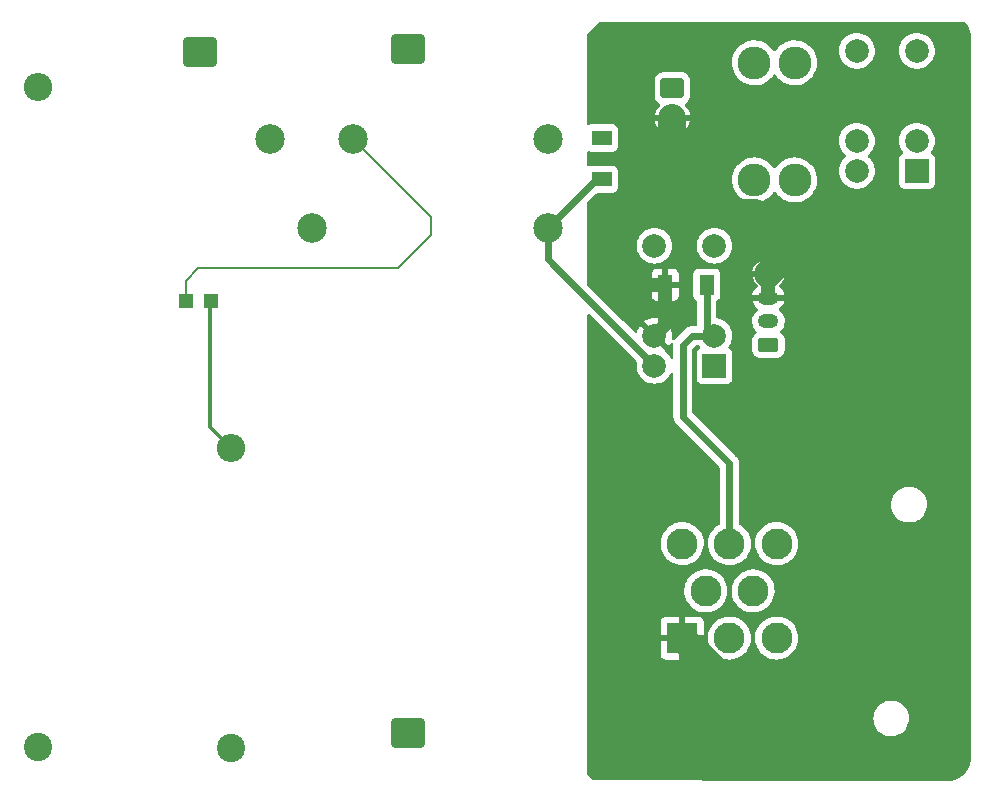
<source format=gbr>
%TF.GenerationSoftware,KiCad,Pcbnew,(6.0.7)*%
%TF.CreationDate,2022-11-28T12:10:14-05:00*%
%TF.ProjectId,pacman,7061636d-616e-42e6-9b69-6361645f7063,rev?*%
%TF.SameCoordinates,Original*%
%TF.FileFunction,Copper,L2,Bot*%
%TF.FilePolarity,Positive*%
%FSLAX46Y46*%
G04 Gerber Fmt 4.6, Leading zero omitted, Abs format (unit mm)*
G04 Created by KiCad (PCBNEW (6.0.7)) date 2022-11-28 12:10:14*
%MOMM*%
%LPD*%
G01*
G04 APERTURE LIST*
G04 Aperture macros list*
%AMRoundRect*
0 Rectangle with rounded corners*
0 $1 Rounding radius*
0 $2 $3 $4 $5 $6 $7 $8 $9 X,Y pos of 4 corners*
0 Add a 4 corners polygon primitive as box body*
4,1,4,$2,$3,$4,$5,$6,$7,$8,$9,$2,$3,0*
0 Add four circle primitives for the rounded corners*
1,1,$1+$1,$2,$3*
1,1,$1+$1,$4,$5*
1,1,$1+$1,$6,$7*
1,1,$1+$1,$8,$9*
0 Add four rect primitives between the rounded corners*
20,1,$1+$1,$2,$3,$4,$5,0*
20,1,$1+$1,$4,$5,$6,$7,0*
20,1,$1+$1,$6,$7,$8,$9,0*
20,1,$1+$1,$8,$9,$2,$3,0*%
G04 Aperture macros list end*
%TA.AperFunction,ComponentPad*%
%ADD10RoundRect,0.250000X0.625000X-0.350000X0.625000X0.350000X-0.625000X0.350000X-0.625000X-0.350000X0*%
%TD*%
%TA.AperFunction,ComponentPad*%
%ADD11O,1.750000X1.200000*%
%TD*%
%TA.AperFunction,ComponentPad*%
%ADD12R,2.000000X2.000000*%
%TD*%
%TA.AperFunction,ComponentPad*%
%ADD13C,2.000000*%
%TD*%
%TA.AperFunction,ComponentPad*%
%ADD14C,2.500000*%
%TD*%
%TA.AperFunction,ComponentPad*%
%ADD15C,2.780000*%
%TD*%
%TA.AperFunction,ComponentPad*%
%ADD16RoundRect,0.250000X1.150000X-0.980000X1.150000X0.980000X-1.150000X0.980000X-1.150000X-0.980000X0*%
%TD*%
%TA.AperFunction,ComponentPad*%
%ADD17RoundRect,0.250000X-0.750000X0.600000X-0.750000X-0.600000X0.750000X-0.600000X0.750000X0.600000X0*%
%TD*%
%TA.AperFunction,ComponentPad*%
%ADD18O,2.000000X1.700000*%
%TD*%
%TA.AperFunction,ComponentPad*%
%ADD19C,2.400000*%
%TD*%
%TA.AperFunction,ComponentPad*%
%ADD20O,2.400000X2.400000*%
%TD*%
%TA.AperFunction,SMDPad,CuDef*%
%ADD21R,1.700000X1.300000*%
%TD*%
%TA.AperFunction,SMDPad,CuDef*%
%ADD22R,1.300000X1.700000*%
%TD*%
%TA.AperFunction,ComponentPad*%
%ADD23R,2.625000X2.625000*%
%TD*%
%TA.AperFunction,ComponentPad*%
%ADD24C,2.625000*%
%TD*%
%TA.AperFunction,SMDPad,CuDef*%
%ADD25R,1.200000X1.200000*%
%TD*%
%TA.AperFunction,ViaPad*%
%ADD26C,0.800000*%
%TD*%
%TA.AperFunction,Conductor*%
%ADD27C,0.600000*%
%TD*%
%TA.AperFunction,Conductor*%
%ADD28C,2.400000*%
%TD*%
%TA.AperFunction,Conductor*%
%ADD29C,0.200000*%
%TD*%
%TA.AperFunction,Conductor*%
%ADD30C,0.360000*%
%TD*%
%TA.AperFunction,Conductor*%
%ADD31C,1.200000*%
%TD*%
G04 APERTURE END LIST*
D10*
%TO.P,J9,1,Pin_1*%
%TO.N,/AIR_B-*%
X186182000Y-78105000D03*
D11*
%TO.P,J9,2,Pin_2*%
%TO.N,/AIR_B+*%
X186182000Y-76105000D03*
%TO.P,J9,3,Pin_3*%
%TO.N,GND*%
X186182000Y-74105000D03*
%TO.P,J9,4,Pin_4*%
X186182000Y-72105000D03*
%TD*%
D12*
%TO.P,K3,1*%
%TO.N,unconnected-(K3-Pad1)*%
X198749500Y-63377500D03*
D13*
%TO.P,K3,2*%
%TO.N,+12V*%
X198749500Y-60837500D03*
%TO.P,K3,5*%
X198749500Y-53217500D03*
%TO.P,K3,6*%
X193669500Y-53217500D03*
%TO.P,K3,9*%
%TO.N,/BMS_FAN*%
X193669500Y-60837500D03*
%TO.P,K3,10*%
%TO.N,/FAN_OUT*%
X193669500Y-63377500D03*
%TD*%
D14*
%TO.P,K1,1*%
%TO.N,/INT-*%
X151013000Y-60706000D03*
%TO.P,K1,2*%
%TO.N,/AIR_B-*%
X167513000Y-68206000D03*
%TO.P,K1,5*%
%TO.N,Net-(K1-Pad5)*%
X147513000Y-68206000D03*
%TO.P,K1,9*%
%TO.N,Net-(D3-Pad2)*%
X167513000Y-60706000D03*
%TO.P,K1,10*%
%TO.N,/B+*%
X144013000Y-60706000D03*
%TD*%
D15*
%TO.P,F3,1*%
%TO.N,/FAN_OUT*%
X188390000Y-64142000D03*
X184990000Y-64142000D03*
%TO.P,F3,2*%
%TO.N,Net-(F3-Pad2)*%
X184990000Y-54222000D03*
X188390000Y-54222000D03*
%TD*%
D16*
%TO.P,J3,1,Pin_1*%
%TO.N,/INT+*%
X155702000Y-110998000D03*
%TD*%
D17*
%TO.P,J6,1,Pin_1*%
%TO.N,Net-(F3-Pad2)*%
X178054000Y-56388000D03*
D18*
%TO.P,J6,2,Pin_2*%
%TO.N,GND*%
X178054000Y-58888000D03*
%TD*%
D19*
%TO.P,R3,1*%
%TO.N,/INT+*%
X124333000Y-112141000D03*
D20*
%TO.P,R3,2*%
%TO.N,Net-(K1-Pad5)*%
X124333000Y-56261000D03*
%TD*%
D16*
%TO.P,J4,1,Pin_1*%
%TO.N,/B+*%
X138049000Y-53340000D03*
%TD*%
%TO.P,J5,1,Pin_1*%
%TO.N,/INT-*%
X155702000Y-53086000D03*
%TD*%
D12*
%TO.P,K2,1*%
%TO.N,unconnected-(K2-Pad1)*%
X181610000Y-79883000D03*
D13*
%TO.P,K2,2*%
%TO.N,/MAIN_CONT*%
X181610000Y-77343000D03*
%TO.P,K2,5*%
%TO.N,/AIR_B+*%
X181610000Y-69723000D03*
%TO.P,K2,6*%
X176530000Y-69723000D03*
%TO.P,K2,9*%
%TO.N,GND*%
X176530000Y-77343000D03*
%TO.P,K2,10*%
%TO.N,/AIR_B-*%
X176530000Y-79883000D03*
%TD*%
D21*
%TO.P,D3,1,K*%
%TO.N,/AIR_B-*%
X172085000Y-64100000D03*
%TO.P,D3,2,A*%
%TO.N,Net-(D3-Pad2)*%
X172085000Y-60600000D03*
%TD*%
D22*
%TO.P,D4,1,K*%
%TO.N,/MAIN_CONT*%
X180952500Y-73020500D03*
%TO.P,D4,2,A*%
%TO.N,GND*%
X177452500Y-73020500D03*
%TD*%
D23*
%TO.P,J1,1,Pin_1*%
%TO.N,GND*%
X178880000Y-102933000D03*
D24*
%TO.P,J1,2,Pin_2*%
%TO.N,/BMS_FAN*%
X182880000Y-102933000D03*
%TO.P,J1,3,Pin_3*%
%TO.N,+12V*%
X186880000Y-102933000D03*
%TO.P,J1,4,Pin_4*%
%TO.N,/PRECHARGE*%
X180880000Y-98933000D03*
%TO.P,J1,5,Pin_5*%
%TO.N,unconnected-(J1-Pad5)*%
X184880000Y-98933000D03*
%TO.P,J1,6,Pin_6*%
%TO.N,/AIR_B-*%
X178880000Y-94933000D03*
%TO.P,J1,7,Pin_7*%
%TO.N,/MAIN_CONT*%
X182880000Y-94933000D03*
%TO.P,J1,8,Pin_8*%
%TO.N,unconnected-(J1-Pad8)*%
X186880000Y-94933000D03*
%TD*%
D19*
%TO.P,R1,1*%
%TO.N,/INT+*%
X140716000Y-112268000D03*
D20*
%TO.P,R1,2*%
%TO.N,Net-(D1-Pad2)*%
X140716000Y-86868000D03*
%TD*%
D25*
%TO.P,D1,1,K*%
%TO.N,/INT-*%
X136872000Y-74422000D03*
%TO.P,D1,2,A*%
%TO.N,Net-(D1-Pad2)*%
X138972000Y-74422000D03*
%TD*%
D26*
%TO.N,Net-(D3-Pad2)*%
X171958000Y-60452000D03*
%TO.N,GND*%
X190070606Y-81506194D03*
%TD*%
D27*
%TO.N,GND*%
X191211200Y-80365600D02*
X193446400Y-80365600D01*
D28*
X193446400Y-80365600D02*
X193446400Y-100609400D01*
X193446400Y-75361800D02*
X193446400Y-80365600D01*
D27*
X190070606Y-81506194D02*
X191211200Y-80365600D01*
D28*
X182042800Y-106095800D02*
X178880000Y-102933000D01*
X187248800Y-69164200D02*
X193446400Y-75361800D01*
X193446400Y-100609400D02*
X187960000Y-106095800D01*
X187960000Y-106095800D02*
X182042800Y-106095800D01*
X187248800Y-71038200D02*
X186182000Y-72105000D01*
X187248800Y-69164200D02*
X187248800Y-71038200D01*
X181435200Y-66932000D02*
X185016600Y-66932000D01*
X185016600Y-66932000D02*
X187248800Y-69164200D01*
X178054000Y-63550800D02*
X181435200Y-66932000D01*
X178054000Y-58888000D02*
X178054000Y-63550800D01*
D29*
%TO.N,/INT-*%
X136872000Y-72678000D02*
X137922000Y-71628000D01*
X154813000Y-71628000D02*
X157607000Y-68834000D01*
X137922000Y-71628000D02*
X154813000Y-71628000D01*
X157607000Y-68834000D02*
X157607000Y-67300000D01*
X136872000Y-74422000D02*
X136872000Y-72678000D01*
X157607000Y-67300000D02*
X151013000Y-60706000D01*
D30*
%TO.N,Net-(D1-Pad2)*%
X138938000Y-85090000D02*
X140716000Y-86868000D01*
X138938000Y-74563000D02*
X138938000Y-85090000D01*
D27*
%TO.N,/MAIN_CONT*%
X179705000Y-77343000D02*
X178943000Y-78105000D01*
X182880000Y-88138000D02*
X182880000Y-94933000D01*
X180952500Y-73020500D02*
X180952500Y-76685500D01*
X180952500Y-76685500D02*
X181610000Y-77343000D01*
X178943000Y-84201000D02*
X182880000Y-88138000D01*
X178943000Y-78105000D02*
X178943000Y-84201000D01*
X181610000Y-77343000D02*
X179705000Y-77343000D01*
D31*
%TO.N,GND*%
X186182000Y-74105000D02*
X186182000Y-72105000D01*
X173939200Y-67665600D02*
X173939200Y-71357200D01*
X178054000Y-63550800D02*
X173939200Y-67665600D01*
X175602500Y-73020500D02*
X177452500Y-73020500D01*
X177452500Y-73020500D02*
X177452500Y-76420500D01*
X173939200Y-71357200D02*
X175602500Y-73020500D01*
X177452500Y-76420500D02*
X176530000Y-77343000D01*
D27*
%TO.N,/AIR_B-*%
X167513000Y-70866000D02*
X167513000Y-68206000D01*
X167513000Y-68206000D02*
X171619000Y-64100000D01*
X176530000Y-79883000D02*
X167513000Y-70866000D01*
X171619000Y-64100000D02*
X172085000Y-64100000D01*
%TD*%
%TA.AperFunction,Conductor*%
%TO.N,GND*%
G36*
X202879233Y-50820002D02*
G01*
X202907735Y-50845130D01*
X202923182Y-50863586D01*
X202932561Y-50876342D01*
X203063178Y-51079615D01*
X203070884Y-51093447D01*
X203174981Y-51311506D01*
X203180891Y-51326195D01*
X203256819Y-51555588D01*
X203260840Y-51570903D01*
X203307398Y-51808008D01*
X203309466Y-51823705D01*
X203317383Y-51939684D01*
X203321045Y-51993324D01*
X203323615Y-52030978D01*
X203322634Y-52055154D01*
X203322617Y-52057560D01*
X203321283Y-52066436D01*
X203322494Y-52075332D01*
X203322494Y-52075334D01*
X203325348Y-52096296D01*
X203326500Y-52113292D01*
X203326500Y-112980633D01*
X203325000Y-113000018D01*
X203322690Y-113014851D01*
X203322690Y-113014855D01*
X203321309Y-113023724D01*
X203322473Y-113032626D01*
X203322473Y-113032629D01*
X203323439Y-113040012D01*
X203324233Y-113064591D01*
X203309660Y-113286922D01*
X203307509Y-113303262D01*
X203258889Y-113547693D01*
X203254625Y-113563606D01*
X203220312Y-113664689D01*
X203174516Y-113799600D01*
X203168209Y-113814826D01*
X203057984Y-114038342D01*
X203049743Y-114052616D01*
X202911287Y-114259829D01*
X202901254Y-114272905D01*
X202736932Y-114460278D01*
X202725278Y-114471932D01*
X202537905Y-114636254D01*
X202524829Y-114646287D01*
X202317616Y-114784743D01*
X202303342Y-114792984D01*
X202079826Y-114903209D01*
X202064602Y-114909515D01*
X201828606Y-114989625D01*
X201812696Y-114993888D01*
X201690478Y-115018199D01*
X201568262Y-115042509D01*
X201551922Y-115044660D01*
X201403134Y-115054413D01*
X201336763Y-115058763D01*
X201313651Y-115057733D01*
X201310146Y-115057690D01*
X201301276Y-115056309D01*
X201292374Y-115057473D01*
X201292370Y-115057473D01*
X201270731Y-115060303D01*
X201253991Y-115061366D01*
X189909236Y-115025095D01*
X171389738Y-114965884D01*
X171321683Y-114945665D01*
X171301041Y-114928975D01*
X171275279Y-114903209D01*
X170852035Y-114479910D01*
X170818014Y-114417596D01*
X170815136Y-114390805D01*
X170815292Y-113183081D01*
X170815332Y-112876639D01*
X170815731Y-109785817D01*
X195067514Y-109785817D01*
X195068095Y-109790837D01*
X195068095Y-109790841D01*
X195083923Y-109927631D01*
X195095415Y-110026956D01*
X195096791Y-110031820D01*
X195096792Y-110031823D01*
X195142476Y-110193266D01*
X195161510Y-110260532D01*
X195163644Y-110265108D01*
X195163646Y-110265114D01*
X195220446Y-110386922D01*
X195264099Y-110480536D01*
X195400544Y-110681307D01*
X195567332Y-110857681D01*
X195571358Y-110860759D01*
X195571359Y-110860760D01*
X195756154Y-111002047D01*
X195756158Y-111002050D01*
X195760174Y-111005120D01*
X195974109Y-111119831D01*
X196203631Y-111198862D01*
X196302978Y-111216022D01*
X196438926Y-111239504D01*
X196438932Y-111239505D01*
X196442836Y-111240179D01*
X196446797Y-111240359D01*
X196446798Y-111240359D01*
X196470506Y-111241436D01*
X196470525Y-111241436D01*
X196471925Y-111241500D01*
X196641001Y-111241500D01*
X196643509Y-111241298D01*
X196643514Y-111241298D01*
X196816924Y-111227346D01*
X196816929Y-111227345D01*
X196821965Y-111226940D01*
X196826873Y-111225734D01*
X196826876Y-111225734D01*
X197052792Y-111170244D01*
X197057706Y-111169037D01*
X197062358Y-111167062D01*
X197062362Y-111167061D01*
X197276498Y-111076165D01*
X197281156Y-111074188D01*
X197387037Y-111007511D01*
X197482288Y-110947528D01*
X197482291Y-110947526D01*
X197486567Y-110944833D01*
X197585422Y-110857681D01*
X197664858Y-110787650D01*
X197664861Y-110787647D01*
X197668655Y-110784302D01*
X197822734Y-110596722D01*
X197944841Y-110386922D01*
X198031833Y-110160298D01*
X198081474Y-109922680D01*
X198092486Y-109680183D01*
X198077235Y-109548373D01*
X198065167Y-109444071D01*
X198065166Y-109444067D01*
X198064585Y-109439044D01*
X198025517Y-109300978D01*
X197999866Y-109210331D01*
X197998490Y-109205468D01*
X197996356Y-109200892D01*
X197996354Y-109200886D01*
X197898038Y-108990046D01*
X197898036Y-108990042D01*
X197895901Y-108985464D01*
X197759456Y-108784693D01*
X197592668Y-108608319D01*
X197588641Y-108605240D01*
X197403846Y-108463953D01*
X197403842Y-108463950D01*
X197399826Y-108460880D01*
X197185891Y-108346169D01*
X196956369Y-108267138D01*
X196857022Y-108249978D01*
X196721074Y-108226496D01*
X196721068Y-108226495D01*
X196717164Y-108225821D01*
X196713203Y-108225641D01*
X196713202Y-108225641D01*
X196689494Y-108224564D01*
X196689475Y-108224564D01*
X196688075Y-108224500D01*
X196518999Y-108224500D01*
X196516491Y-108224702D01*
X196516486Y-108224702D01*
X196343076Y-108238654D01*
X196343071Y-108238655D01*
X196338035Y-108239060D01*
X196333127Y-108240266D01*
X196333124Y-108240266D01*
X196217007Y-108268787D01*
X196102294Y-108296963D01*
X196097642Y-108298938D01*
X196097638Y-108298939D01*
X195990252Y-108344522D01*
X195878844Y-108391812D01*
X195874560Y-108394510D01*
X195677712Y-108518472D01*
X195677709Y-108518474D01*
X195673433Y-108521167D01*
X195669639Y-108524512D01*
X195495142Y-108678350D01*
X195495139Y-108678353D01*
X195491345Y-108681698D01*
X195337266Y-108869278D01*
X195215159Y-109079078D01*
X195128167Y-109305702D01*
X195078526Y-109543320D01*
X195067514Y-109785817D01*
X170815731Y-109785817D01*
X170816441Y-104290169D01*
X177059501Y-104290169D01*
X177059871Y-104296990D01*
X177065395Y-104347852D01*
X177069021Y-104363104D01*
X177114176Y-104483554D01*
X177122714Y-104499149D01*
X177199215Y-104601224D01*
X177211776Y-104613785D01*
X177313851Y-104690286D01*
X177329446Y-104698824D01*
X177449894Y-104743978D01*
X177465149Y-104747605D01*
X177516014Y-104753131D01*
X177522828Y-104753500D01*
X178607885Y-104753500D01*
X178623124Y-104749025D01*
X178624329Y-104747635D01*
X178626000Y-104739952D01*
X178626000Y-104735384D01*
X179134000Y-104735384D01*
X179138475Y-104750623D01*
X179139865Y-104751828D01*
X179147548Y-104753499D01*
X180237169Y-104753499D01*
X180243990Y-104753129D01*
X180294852Y-104747605D01*
X180310104Y-104743979D01*
X180430554Y-104698824D01*
X180446149Y-104690286D01*
X180548224Y-104613785D01*
X180560785Y-104601224D01*
X180637286Y-104499149D01*
X180645824Y-104483554D01*
X180690978Y-104363106D01*
X180694605Y-104347851D01*
X180700131Y-104296986D01*
X180700500Y-104290172D01*
X180700500Y-103205115D01*
X180696025Y-103189876D01*
X180694635Y-103188671D01*
X180686952Y-103187000D01*
X179152115Y-103187000D01*
X179136876Y-103191475D01*
X179135671Y-103192865D01*
X179134000Y-103200548D01*
X179134000Y-104735384D01*
X178626000Y-104735384D01*
X178626000Y-103205115D01*
X178621525Y-103189876D01*
X178620135Y-103188671D01*
X178612452Y-103187000D01*
X177077616Y-103187000D01*
X177062377Y-103191475D01*
X177061172Y-103192865D01*
X177059501Y-103200548D01*
X177059501Y-104290169D01*
X170816441Y-104290169D01*
X170816623Y-102885198D01*
X181054520Y-102885198D01*
X181067506Y-103155546D01*
X181120309Y-103421006D01*
X181121888Y-103425404D01*
X181121890Y-103425411D01*
X181170871Y-103561833D01*
X181211769Y-103675744D01*
X181339878Y-103914166D01*
X181501820Y-104131033D01*
X181505129Y-104134313D01*
X181505134Y-104134319D01*
X181669227Y-104296986D01*
X181694039Y-104321582D01*
X181697801Y-104324340D01*
X181697804Y-104324343D01*
X181750670Y-104363106D01*
X181912311Y-104481626D01*
X181916442Y-104483800D01*
X181916443Y-104483800D01*
X182147707Y-104605474D01*
X182147713Y-104605476D01*
X182151842Y-104607649D01*
X182156249Y-104609188D01*
X182156256Y-104609191D01*
X182388478Y-104690286D01*
X182407369Y-104696883D01*
X182426499Y-104700515D01*
X182668690Y-104746497D01*
X182668693Y-104746497D01*
X182673279Y-104747368D01*
X182801855Y-104752420D01*
X182939062Y-104757811D01*
X182939067Y-104757811D01*
X182943730Y-104757994D01*
X183071700Y-104743979D01*
X183208128Y-104729038D01*
X183208133Y-104729037D01*
X183212781Y-104728528D01*
X183217305Y-104727337D01*
X183469999Y-104660808D01*
X183470001Y-104660807D01*
X183474522Y-104659617D01*
X183478819Y-104657771D01*
X183718908Y-104554621D01*
X183718910Y-104554620D01*
X183723202Y-104552776D01*
X183842642Y-104478864D01*
X183949385Y-104412810D01*
X183949389Y-104412807D01*
X183953358Y-104410351D01*
X184054955Y-104324343D01*
X184156368Y-104238491D01*
X184156370Y-104238489D01*
X184159935Y-104235471D01*
X184338393Y-104031978D01*
X184484813Y-103804342D01*
X184595978Y-103557565D01*
X184669446Y-103297067D01*
X184703603Y-103028571D01*
X184706106Y-102933000D01*
X184702554Y-102885198D01*
X185054520Y-102885198D01*
X185067506Y-103155546D01*
X185120309Y-103421006D01*
X185121888Y-103425404D01*
X185121890Y-103425411D01*
X185170871Y-103561833D01*
X185211769Y-103675744D01*
X185339878Y-103914166D01*
X185501820Y-104131033D01*
X185505129Y-104134313D01*
X185505134Y-104134319D01*
X185669227Y-104296986D01*
X185694039Y-104321582D01*
X185697801Y-104324340D01*
X185697804Y-104324343D01*
X185750670Y-104363106D01*
X185912311Y-104481626D01*
X185916442Y-104483800D01*
X185916443Y-104483800D01*
X186147707Y-104605474D01*
X186147713Y-104605476D01*
X186151842Y-104607649D01*
X186156249Y-104609188D01*
X186156256Y-104609191D01*
X186388478Y-104690286D01*
X186407369Y-104696883D01*
X186426499Y-104700515D01*
X186668690Y-104746497D01*
X186668693Y-104746497D01*
X186673279Y-104747368D01*
X186801855Y-104752420D01*
X186939062Y-104757811D01*
X186939067Y-104757811D01*
X186943730Y-104757994D01*
X187071700Y-104743979D01*
X187208128Y-104729038D01*
X187208133Y-104729037D01*
X187212781Y-104728528D01*
X187217305Y-104727337D01*
X187469999Y-104660808D01*
X187470001Y-104660807D01*
X187474522Y-104659617D01*
X187478819Y-104657771D01*
X187718908Y-104554621D01*
X187718910Y-104554620D01*
X187723202Y-104552776D01*
X187842642Y-104478864D01*
X187949385Y-104412810D01*
X187949389Y-104412807D01*
X187953358Y-104410351D01*
X188054955Y-104324343D01*
X188156368Y-104238491D01*
X188156370Y-104238489D01*
X188159935Y-104235471D01*
X188338393Y-104031978D01*
X188484813Y-103804342D01*
X188595978Y-103557565D01*
X188669446Y-103297067D01*
X188703603Y-103028571D01*
X188706106Y-102933000D01*
X188686048Y-102663084D01*
X188626314Y-102399098D01*
X188528216Y-102146841D01*
X188393910Y-101911854D01*
X188226347Y-101699301D01*
X188029206Y-101513849D01*
X187817309Y-101366851D01*
X187810657Y-101362236D01*
X187810652Y-101362233D01*
X187806819Y-101359574D01*
X187758716Y-101335852D01*
X187568259Y-101241929D01*
X187568256Y-101241928D01*
X187564071Y-101239864D01*
X187505847Y-101221226D01*
X187310741Y-101158772D01*
X187310743Y-101158772D01*
X187306296Y-101157349D01*
X187142147Y-101130616D01*
X187043768Y-101114594D01*
X187043767Y-101114594D01*
X187039156Y-101113843D01*
X186903837Y-101112071D01*
X186773196Y-101110361D01*
X186773193Y-101110361D01*
X186768519Y-101110300D01*
X186500331Y-101146799D01*
X186495845Y-101148107D01*
X186495843Y-101148107D01*
X186464135Y-101157349D01*
X186240484Y-101222537D01*
X185994686Y-101335852D01*
X185990777Y-101338415D01*
X185772250Y-101481687D01*
X185772245Y-101481691D01*
X185768337Y-101484253D01*
X185566409Y-101664480D01*
X185393339Y-101872575D01*
X185252928Y-102103965D01*
X185251119Y-102108279D01*
X185251118Y-102108281D01*
X185233123Y-102151195D01*
X185148260Y-102353568D01*
X185081637Y-102615900D01*
X185054520Y-102885198D01*
X184702554Y-102885198D01*
X184686048Y-102663084D01*
X184626314Y-102399098D01*
X184528216Y-102146841D01*
X184393910Y-101911854D01*
X184226347Y-101699301D01*
X184029206Y-101513849D01*
X183817309Y-101366851D01*
X183810657Y-101362236D01*
X183810652Y-101362233D01*
X183806819Y-101359574D01*
X183758716Y-101335852D01*
X183568259Y-101241929D01*
X183568256Y-101241928D01*
X183564071Y-101239864D01*
X183505847Y-101221226D01*
X183310741Y-101158772D01*
X183310743Y-101158772D01*
X183306296Y-101157349D01*
X183142147Y-101130616D01*
X183043768Y-101114594D01*
X183043767Y-101114594D01*
X183039156Y-101113843D01*
X182903837Y-101112071D01*
X182773196Y-101110361D01*
X182773193Y-101110361D01*
X182768519Y-101110300D01*
X182500331Y-101146799D01*
X182495845Y-101148107D01*
X182495843Y-101148107D01*
X182464135Y-101157349D01*
X182240484Y-101222537D01*
X181994686Y-101335852D01*
X181990777Y-101338415D01*
X181772250Y-101481687D01*
X181772245Y-101481691D01*
X181768337Y-101484253D01*
X181566409Y-101664480D01*
X181393339Y-101872575D01*
X181252928Y-102103965D01*
X181251119Y-102108279D01*
X181251118Y-102108281D01*
X181233123Y-102151195D01*
X181148260Y-102353568D01*
X181081637Y-102615900D01*
X181054520Y-102885198D01*
X170816623Y-102885198D01*
X170816652Y-102660885D01*
X177059500Y-102660885D01*
X177063975Y-102676124D01*
X177065365Y-102677329D01*
X177073048Y-102679000D01*
X178607885Y-102679000D01*
X178623124Y-102674525D01*
X178624329Y-102673135D01*
X178626000Y-102665452D01*
X178626000Y-102660885D01*
X179134000Y-102660885D01*
X179138475Y-102676124D01*
X179139865Y-102677329D01*
X179147548Y-102679000D01*
X180682384Y-102679000D01*
X180697623Y-102674525D01*
X180698828Y-102673135D01*
X180700499Y-102665452D01*
X180700499Y-101575831D01*
X180700129Y-101569010D01*
X180694605Y-101518148D01*
X180690979Y-101502896D01*
X180645824Y-101382446D01*
X180637286Y-101366851D01*
X180560785Y-101264776D01*
X180548224Y-101252215D01*
X180446149Y-101175714D01*
X180430554Y-101167176D01*
X180310106Y-101122022D01*
X180294851Y-101118395D01*
X180243986Y-101112869D01*
X180237172Y-101112500D01*
X179152115Y-101112500D01*
X179136876Y-101116975D01*
X179135671Y-101118365D01*
X179134000Y-101126048D01*
X179134000Y-102660885D01*
X178626000Y-102660885D01*
X178626000Y-101130616D01*
X178621525Y-101115377D01*
X178620135Y-101114172D01*
X178612452Y-101112501D01*
X177522831Y-101112501D01*
X177516010Y-101112871D01*
X177465148Y-101118395D01*
X177449896Y-101122021D01*
X177329446Y-101167176D01*
X177313851Y-101175714D01*
X177211776Y-101252215D01*
X177199215Y-101264776D01*
X177122714Y-101366851D01*
X177114176Y-101382446D01*
X177069022Y-101502894D01*
X177065395Y-101518149D01*
X177059869Y-101569014D01*
X177059500Y-101575828D01*
X177059500Y-102660885D01*
X170816652Y-102660885D01*
X170817140Y-98885198D01*
X179054520Y-98885198D01*
X179067506Y-99155546D01*
X179120309Y-99421006D01*
X179121888Y-99425404D01*
X179121890Y-99425411D01*
X179170871Y-99561833D01*
X179211769Y-99675744D01*
X179339878Y-99914166D01*
X179501820Y-100131033D01*
X179505129Y-100134313D01*
X179505134Y-100134319D01*
X179690722Y-100318294D01*
X179694039Y-100321582D01*
X179697801Y-100324340D01*
X179697804Y-100324343D01*
X179810988Y-100407333D01*
X179912311Y-100481626D01*
X179916442Y-100483800D01*
X179916443Y-100483800D01*
X180147707Y-100605474D01*
X180147713Y-100605476D01*
X180151842Y-100607649D01*
X180156249Y-100609188D01*
X180156256Y-100609191D01*
X180402953Y-100695341D01*
X180407369Y-100696883D01*
X180411962Y-100697755D01*
X180668690Y-100746497D01*
X180668693Y-100746497D01*
X180673279Y-100747368D01*
X180801855Y-100752420D01*
X180939062Y-100757811D01*
X180939067Y-100757811D01*
X180943730Y-100757994D01*
X181048708Y-100746497D01*
X181208128Y-100729038D01*
X181208133Y-100729037D01*
X181212781Y-100728528D01*
X181217305Y-100727337D01*
X181469999Y-100660808D01*
X181470001Y-100660807D01*
X181474522Y-100659617D01*
X181591892Y-100609191D01*
X181718908Y-100554621D01*
X181718910Y-100554620D01*
X181723202Y-100552776D01*
X181842642Y-100478864D01*
X181949385Y-100412810D01*
X181949389Y-100412807D01*
X181953358Y-100410351D01*
X182054955Y-100324343D01*
X182156368Y-100238491D01*
X182156370Y-100238489D01*
X182159935Y-100235471D01*
X182338393Y-100031978D01*
X182484813Y-99804342D01*
X182595978Y-99557565D01*
X182669446Y-99297067D01*
X182703603Y-99028571D01*
X182706106Y-98933000D01*
X182702554Y-98885198D01*
X183054520Y-98885198D01*
X183067506Y-99155546D01*
X183120309Y-99421006D01*
X183121888Y-99425404D01*
X183121890Y-99425411D01*
X183170871Y-99561833D01*
X183211769Y-99675744D01*
X183339878Y-99914166D01*
X183501820Y-100131033D01*
X183505129Y-100134313D01*
X183505134Y-100134319D01*
X183690722Y-100318294D01*
X183694039Y-100321582D01*
X183697801Y-100324340D01*
X183697804Y-100324343D01*
X183810988Y-100407333D01*
X183912311Y-100481626D01*
X183916442Y-100483800D01*
X183916443Y-100483800D01*
X184147707Y-100605474D01*
X184147713Y-100605476D01*
X184151842Y-100607649D01*
X184156249Y-100609188D01*
X184156256Y-100609191D01*
X184402953Y-100695341D01*
X184407369Y-100696883D01*
X184411962Y-100697755D01*
X184668690Y-100746497D01*
X184668693Y-100746497D01*
X184673279Y-100747368D01*
X184801855Y-100752420D01*
X184939062Y-100757811D01*
X184939067Y-100757811D01*
X184943730Y-100757994D01*
X185048708Y-100746497D01*
X185208128Y-100729038D01*
X185208133Y-100729037D01*
X185212781Y-100728528D01*
X185217305Y-100727337D01*
X185469999Y-100660808D01*
X185470001Y-100660807D01*
X185474522Y-100659617D01*
X185591892Y-100609191D01*
X185718908Y-100554621D01*
X185718910Y-100554620D01*
X185723202Y-100552776D01*
X185842642Y-100478864D01*
X185949385Y-100412810D01*
X185949389Y-100412807D01*
X185953358Y-100410351D01*
X186054955Y-100324343D01*
X186156368Y-100238491D01*
X186156370Y-100238489D01*
X186159935Y-100235471D01*
X186338393Y-100031978D01*
X186484813Y-99804342D01*
X186595978Y-99557565D01*
X186669446Y-99297067D01*
X186703603Y-99028571D01*
X186706106Y-98933000D01*
X186686048Y-98663084D01*
X186626314Y-98399098D01*
X186528216Y-98146841D01*
X186393910Y-97911854D01*
X186226347Y-97699301D01*
X186029206Y-97513849D01*
X185903252Y-97426471D01*
X185810657Y-97362236D01*
X185810652Y-97362233D01*
X185806819Y-97359574D01*
X185758716Y-97335852D01*
X185568259Y-97241929D01*
X185568256Y-97241928D01*
X185564071Y-97239864D01*
X185505847Y-97221226D01*
X185310741Y-97158772D01*
X185310743Y-97158772D01*
X185306296Y-97157349D01*
X185159860Y-97133501D01*
X185043768Y-97114594D01*
X185043767Y-97114594D01*
X185039156Y-97113843D01*
X184903838Y-97112072D01*
X184773196Y-97110361D01*
X184773193Y-97110361D01*
X184768519Y-97110300D01*
X184500331Y-97146799D01*
X184495845Y-97148107D01*
X184495843Y-97148107D01*
X184464135Y-97157349D01*
X184240484Y-97222537D01*
X183994686Y-97335852D01*
X183990777Y-97338415D01*
X183772250Y-97481687D01*
X183772245Y-97481691D01*
X183768337Y-97484253D01*
X183566409Y-97664480D01*
X183393339Y-97872575D01*
X183252928Y-98103965D01*
X183251119Y-98108279D01*
X183251118Y-98108281D01*
X183233123Y-98151195D01*
X183148260Y-98353568D01*
X183081637Y-98615900D01*
X183054520Y-98885198D01*
X182702554Y-98885198D01*
X182686048Y-98663084D01*
X182626314Y-98399098D01*
X182528216Y-98146841D01*
X182393910Y-97911854D01*
X182226347Y-97699301D01*
X182029206Y-97513849D01*
X181903252Y-97426471D01*
X181810657Y-97362236D01*
X181810652Y-97362233D01*
X181806819Y-97359574D01*
X181758716Y-97335852D01*
X181568259Y-97241929D01*
X181568256Y-97241928D01*
X181564071Y-97239864D01*
X181505847Y-97221226D01*
X181310741Y-97158772D01*
X181310743Y-97158772D01*
X181306296Y-97157349D01*
X181159860Y-97133501D01*
X181043768Y-97114594D01*
X181043767Y-97114594D01*
X181039156Y-97113843D01*
X180903838Y-97112072D01*
X180773196Y-97110361D01*
X180773193Y-97110361D01*
X180768519Y-97110300D01*
X180500331Y-97146799D01*
X180495845Y-97148107D01*
X180495843Y-97148107D01*
X180464135Y-97157349D01*
X180240484Y-97222537D01*
X179994686Y-97335852D01*
X179990777Y-97338415D01*
X179772250Y-97481687D01*
X179772245Y-97481691D01*
X179768337Y-97484253D01*
X179566409Y-97664480D01*
X179393339Y-97872575D01*
X179252928Y-98103965D01*
X179251119Y-98108279D01*
X179251118Y-98108281D01*
X179233123Y-98151195D01*
X179148260Y-98353568D01*
X179081637Y-98615900D01*
X179054520Y-98885198D01*
X170817140Y-98885198D01*
X170817657Y-94885198D01*
X177054520Y-94885198D01*
X177067506Y-95155546D01*
X177120309Y-95421006D01*
X177121888Y-95425404D01*
X177121890Y-95425411D01*
X177170871Y-95561833D01*
X177211769Y-95675744D01*
X177339878Y-95914166D01*
X177501820Y-96131033D01*
X177505129Y-96134313D01*
X177505134Y-96134319D01*
X177690722Y-96318294D01*
X177694039Y-96321582D01*
X177697801Y-96324340D01*
X177697804Y-96324343D01*
X177810988Y-96407333D01*
X177912311Y-96481626D01*
X177916442Y-96483800D01*
X177916443Y-96483800D01*
X178147707Y-96605474D01*
X178147713Y-96605476D01*
X178151842Y-96607649D01*
X178156249Y-96609188D01*
X178156256Y-96609191D01*
X178402953Y-96695341D01*
X178407369Y-96696883D01*
X178411962Y-96697755D01*
X178668690Y-96746497D01*
X178668693Y-96746497D01*
X178673279Y-96747368D01*
X178801855Y-96752420D01*
X178939062Y-96757811D01*
X178939067Y-96757811D01*
X178943730Y-96757994D01*
X179048708Y-96746497D01*
X179208128Y-96729038D01*
X179208133Y-96729037D01*
X179212781Y-96728528D01*
X179217305Y-96727337D01*
X179469999Y-96660808D01*
X179470001Y-96660807D01*
X179474522Y-96659617D01*
X179591892Y-96609191D01*
X179718908Y-96554621D01*
X179718910Y-96554620D01*
X179723202Y-96552776D01*
X179842642Y-96478864D01*
X179949385Y-96412810D01*
X179949389Y-96412807D01*
X179953358Y-96410351D01*
X180054955Y-96324343D01*
X180156368Y-96238491D01*
X180156370Y-96238489D01*
X180159935Y-96235471D01*
X180338393Y-96031978D01*
X180484813Y-95804342D01*
X180595978Y-95557565D01*
X180669446Y-95297067D01*
X180703603Y-95028571D01*
X180706106Y-94933000D01*
X180686048Y-94663084D01*
X180626314Y-94399098D01*
X180528216Y-94146841D01*
X180393910Y-93911854D01*
X180226347Y-93699301D01*
X180029206Y-93513849D01*
X179903252Y-93426471D01*
X179810657Y-93362236D01*
X179810652Y-93362233D01*
X179806819Y-93359574D01*
X179763913Y-93338415D01*
X179568259Y-93241929D01*
X179568256Y-93241928D01*
X179564071Y-93239864D01*
X179505847Y-93221226D01*
X179310741Y-93158772D01*
X179310743Y-93158772D01*
X179306296Y-93157349D01*
X179119576Y-93126940D01*
X179043768Y-93114594D01*
X179043767Y-93114594D01*
X179039156Y-93113843D01*
X178903837Y-93112071D01*
X178773196Y-93110361D01*
X178773193Y-93110361D01*
X178768519Y-93110300D01*
X178500331Y-93146799D01*
X178495845Y-93148107D01*
X178495843Y-93148107D01*
X178464135Y-93157349D01*
X178240484Y-93222537D01*
X177994686Y-93335852D01*
X177990777Y-93338415D01*
X177772250Y-93481687D01*
X177772245Y-93481691D01*
X177768337Y-93484253D01*
X177566409Y-93664480D01*
X177393339Y-93872575D01*
X177252928Y-94103965D01*
X177251119Y-94108279D01*
X177251118Y-94108281D01*
X177233123Y-94151195D01*
X177148260Y-94353568D01*
X177081637Y-94615900D01*
X177054520Y-94885198D01*
X170817657Y-94885198D01*
X170820147Y-75620712D01*
X170840158Y-75552595D01*
X170893820Y-75506109D01*
X170964095Y-75496014D01*
X171028672Y-75525515D01*
X171035242Y-75531634D01*
X175007723Y-79504114D01*
X175041749Y-79566426D01*
X175041146Y-79622625D01*
X175036621Y-79641471D01*
X175036620Y-79641479D01*
X175035465Y-79646289D01*
X175016835Y-79883000D01*
X175035465Y-80119711D01*
X175090895Y-80350594D01*
X175092788Y-80355165D01*
X175092789Y-80355167D01*
X175164521Y-80528343D01*
X175181760Y-80569963D01*
X175184346Y-80574183D01*
X175303241Y-80768202D01*
X175303245Y-80768208D01*
X175305824Y-80772416D01*
X175460031Y-80952969D01*
X175640584Y-81107176D01*
X175644792Y-81109755D01*
X175644798Y-81109759D01*
X175838817Y-81228654D01*
X175843037Y-81231240D01*
X175847607Y-81233133D01*
X175847611Y-81233135D01*
X176057833Y-81320211D01*
X176062406Y-81322105D01*
X176110349Y-81333615D01*
X176288476Y-81376380D01*
X176288482Y-81376381D01*
X176293289Y-81377535D01*
X176530000Y-81396165D01*
X176766711Y-81377535D01*
X176771518Y-81376381D01*
X176771524Y-81376380D01*
X176949651Y-81333615D01*
X176997594Y-81322105D01*
X177002167Y-81320211D01*
X177212389Y-81233135D01*
X177212393Y-81233133D01*
X177216963Y-81231240D01*
X177221183Y-81228654D01*
X177415202Y-81109759D01*
X177415208Y-81109755D01*
X177419416Y-81107176D01*
X177599969Y-80952969D01*
X177754176Y-80772416D01*
X177756755Y-80768208D01*
X177756759Y-80768202D01*
X177875654Y-80574183D01*
X177878240Y-80569963D01*
X177892091Y-80536524D01*
X177936640Y-80481243D01*
X178004003Y-80458822D01*
X178072794Y-80476380D01*
X178121173Y-80528343D01*
X178134500Y-80584742D01*
X178134500Y-84191786D01*
X178134493Y-84193106D01*
X178133549Y-84283221D01*
X178142711Y-84325597D01*
X178144769Y-84338163D01*
X178149603Y-84381255D01*
X178151919Y-84387906D01*
X178151920Y-84387910D01*
X178160633Y-84412930D01*
X178164796Y-84427742D01*
X178171881Y-84460510D01*
X178190208Y-84499813D01*
X178194990Y-84511589D01*
X178209255Y-84552552D01*
X178212989Y-84558527D01*
X178212990Y-84558530D01*
X178227027Y-84580995D01*
X178234366Y-84594512D01*
X178245559Y-84618514D01*
X178248538Y-84624902D01*
X178252855Y-84630467D01*
X178252856Y-84630469D01*
X178275106Y-84659153D01*
X178282402Y-84669612D01*
X178305374Y-84706376D01*
X178310334Y-84711371D01*
X178310335Y-84711372D01*
X178333976Y-84735179D01*
X178334561Y-84735804D01*
X178335078Y-84736470D01*
X178361068Y-84762460D01*
X178433185Y-84835082D01*
X178434222Y-84835740D01*
X178435451Y-84836843D01*
X182034595Y-88435987D01*
X182068621Y-88498299D01*
X182071500Y-88525082D01*
X182071500Y-93219783D01*
X182051498Y-93287904D01*
X182002433Y-93330567D01*
X182003021Y-93331628D01*
X181998932Y-93333894D01*
X181994686Y-93335852D01*
X181990777Y-93338415D01*
X181772250Y-93481687D01*
X181772245Y-93481691D01*
X181768337Y-93484253D01*
X181566409Y-93664480D01*
X181393339Y-93872575D01*
X181252928Y-94103965D01*
X181251119Y-94108279D01*
X181251118Y-94108281D01*
X181233123Y-94151195D01*
X181148260Y-94353568D01*
X181081637Y-94615900D01*
X181054520Y-94885198D01*
X181067506Y-95155546D01*
X181120309Y-95421006D01*
X181121888Y-95425404D01*
X181121890Y-95425411D01*
X181170871Y-95561833D01*
X181211769Y-95675744D01*
X181339878Y-95914166D01*
X181501820Y-96131033D01*
X181505129Y-96134313D01*
X181505134Y-96134319D01*
X181690722Y-96318294D01*
X181694039Y-96321582D01*
X181697801Y-96324340D01*
X181697804Y-96324343D01*
X181810988Y-96407333D01*
X181912311Y-96481626D01*
X181916442Y-96483800D01*
X181916443Y-96483800D01*
X182147707Y-96605474D01*
X182147713Y-96605476D01*
X182151842Y-96607649D01*
X182156249Y-96609188D01*
X182156256Y-96609191D01*
X182402953Y-96695341D01*
X182407369Y-96696883D01*
X182411962Y-96697755D01*
X182668690Y-96746497D01*
X182668693Y-96746497D01*
X182673279Y-96747368D01*
X182801855Y-96752420D01*
X182939062Y-96757811D01*
X182939067Y-96757811D01*
X182943730Y-96757994D01*
X183048708Y-96746497D01*
X183208128Y-96729038D01*
X183208133Y-96729037D01*
X183212781Y-96728528D01*
X183217305Y-96727337D01*
X183469999Y-96660808D01*
X183470001Y-96660807D01*
X183474522Y-96659617D01*
X183591892Y-96609191D01*
X183718908Y-96554621D01*
X183718910Y-96554620D01*
X183723202Y-96552776D01*
X183842642Y-96478864D01*
X183949385Y-96412810D01*
X183949389Y-96412807D01*
X183953358Y-96410351D01*
X184054955Y-96324343D01*
X184156368Y-96238491D01*
X184156370Y-96238489D01*
X184159935Y-96235471D01*
X184338393Y-96031978D01*
X184484813Y-95804342D01*
X184595978Y-95557565D01*
X184669446Y-95297067D01*
X184703603Y-95028571D01*
X184706106Y-94933000D01*
X184702554Y-94885198D01*
X185054520Y-94885198D01*
X185067506Y-95155546D01*
X185120309Y-95421006D01*
X185121888Y-95425404D01*
X185121890Y-95425411D01*
X185170871Y-95561833D01*
X185211769Y-95675744D01*
X185339878Y-95914166D01*
X185501820Y-96131033D01*
X185505129Y-96134313D01*
X185505134Y-96134319D01*
X185690722Y-96318294D01*
X185694039Y-96321582D01*
X185697801Y-96324340D01*
X185697804Y-96324343D01*
X185810988Y-96407333D01*
X185912311Y-96481626D01*
X185916442Y-96483800D01*
X185916443Y-96483800D01*
X186147707Y-96605474D01*
X186147713Y-96605476D01*
X186151842Y-96607649D01*
X186156249Y-96609188D01*
X186156256Y-96609191D01*
X186402953Y-96695341D01*
X186407369Y-96696883D01*
X186411962Y-96697755D01*
X186668690Y-96746497D01*
X186668693Y-96746497D01*
X186673279Y-96747368D01*
X186801855Y-96752420D01*
X186939062Y-96757811D01*
X186939067Y-96757811D01*
X186943730Y-96757994D01*
X187048708Y-96746497D01*
X187208128Y-96729038D01*
X187208133Y-96729037D01*
X187212781Y-96728528D01*
X187217305Y-96727337D01*
X187469999Y-96660808D01*
X187470001Y-96660807D01*
X187474522Y-96659617D01*
X187591892Y-96609191D01*
X187718908Y-96554621D01*
X187718910Y-96554620D01*
X187723202Y-96552776D01*
X187842642Y-96478864D01*
X187949385Y-96412810D01*
X187949389Y-96412807D01*
X187953358Y-96410351D01*
X188054955Y-96324343D01*
X188156368Y-96238491D01*
X188156370Y-96238489D01*
X188159935Y-96235471D01*
X188338393Y-96031978D01*
X188484813Y-95804342D01*
X188595978Y-95557565D01*
X188669446Y-95297067D01*
X188703603Y-95028571D01*
X188706106Y-94933000D01*
X188686048Y-94663084D01*
X188626314Y-94399098D01*
X188528216Y-94146841D01*
X188393910Y-93911854D01*
X188226347Y-93699301D01*
X188029206Y-93513849D01*
X187903252Y-93426471D01*
X187810657Y-93362236D01*
X187810652Y-93362233D01*
X187806819Y-93359574D01*
X187763913Y-93338415D01*
X187568259Y-93241929D01*
X187568256Y-93241928D01*
X187564071Y-93239864D01*
X187505847Y-93221226D01*
X187310741Y-93158772D01*
X187310743Y-93158772D01*
X187306296Y-93157349D01*
X187119576Y-93126940D01*
X187043768Y-93114594D01*
X187043767Y-93114594D01*
X187039156Y-93113843D01*
X186903837Y-93112071D01*
X186773196Y-93110361D01*
X186773193Y-93110361D01*
X186768519Y-93110300D01*
X186500331Y-93146799D01*
X186495845Y-93148107D01*
X186495843Y-93148107D01*
X186464135Y-93157349D01*
X186240484Y-93222537D01*
X185994686Y-93335852D01*
X185990777Y-93338415D01*
X185772250Y-93481687D01*
X185772245Y-93481691D01*
X185768337Y-93484253D01*
X185566409Y-93664480D01*
X185393339Y-93872575D01*
X185252928Y-94103965D01*
X185251119Y-94108279D01*
X185251118Y-94108281D01*
X185233123Y-94151195D01*
X185148260Y-94353568D01*
X185081637Y-94615900D01*
X185054520Y-94885198D01*
X184702554Y-94885198D01*
X184686048Y-94663084D01*
X184626314Y-94399098D01*
X184528216Y-94146841D01*
X184393910Y-93911854D01*
X184226347Y-93699301D01*
X184029206Y-93513849D01*
X183903252Y-93426471D01*
X183810657Y-93362236D01*
X183810652Y-93362233D01*
X183806819Y-93359574D01*
X183758772Y-93335880D01*
X183706523Y-93287812D01*
X183688500Y-93222874D01*
X183688500Y-91685817D01*
X196567514Y-91685817D01*
X196568095Y-91690837D01*
X196568095Y-91690841D01*
X196583923Y-91827631D01*
X196595415Y-91926956D01*
X196596791Y-91931820D01*
X196596792Y-91931823D01*
X196642476Y-92093266D01*
X196661510Y-92160532D01*
X196663644Y-92165108D01*
X196663646Y-92165114D01*
X196720446Y-92286922D01*
X196764099Y-92380536D01*
X196900544Y-92581307D01*
X197067332Y-92757681D01*
X197071358Y-92760759D01*
X197071359Y-92760760D01*
X197256154Y-92902047D01*
X197256158Y-92902050D01*
X197260174Y-92905120D01*
X197474109Y-93019831D01*
X197703631Y-93098862D01*
X197790364Y-93113843D01*
X197938926Y-93139504D01*
X197938932Y-93139505D01*
X197942836Y-93140179D01*
X197946797Y-93140359D01*
X197946798Y-93140359D01*
X197970506Y-93141436D01*
X197970525Y-93141436D01*
X197971925Y-93141500D01*
X198141001Y-93141500D01*
X198143509Y-93141298D01*
X198143514Y-93141298D01*
X198316924Y-93127346D01*
X198316929Y-93127345D01*
X198321965Y-93126940D01*
X198326873Y-93125734D01*
X198326876Y-93125734D01*
X198552792Y-93070244D01*
X198557706Y-93069037D01*
X198562358Y-93067062D01*
X198562362Y-93067061D01*
X198776498Y-92976165D01*
X198781156Y-92974188D01*
X198887037Y-92907511D01*
X198982288Y-92847528D01*
X198982291Y-92847526D01*
X198986567Y-92844833D01*
X199085422Y-92757681D01*
X199164858Y-92687650D01*
X199164861Y-92687647D01*
X199168655Y-92684302D01*
X199322734Y-92496722D01*
X199444841Y-92286922D01*
X199531833Y-92060298D01*
X199581474Y-91822680D01*
X199592486Y-91580183D01*
X199577235Y-91448373D01*
X199565167Y-91344071D01*
X199565166Y-91344067D01*
X199564585Y-91339044D01*
X199525517Y-91200978D01*
X199499866Y-91110331D01*
X199498490Y-91105468D01*
X199496356Y-91100892D01*
X199496354Y-91100886D01*
X199398038Y-90890046D01*
X199398036Y-90890042D01*
X199395901Y-90885464D01*
X199259456Y-90684693D01*
X199092668Y-90508319D01*
X199088641Y-90505240D01*
X198903846Y-90363953D01*
X198903842Y-90363950D01*
X198899826Y-90360880D01*
X198685891Y-90246169D01*
X198456369Y-90167138D01*
X198357022Y-90149978D01*
X198221074Y-90126496D01*
X198221068Y-90126495D01*
X198217164Y-90125821D01*
X198213203Y-90125641D01*
X198213202Y-90125641D01*
X198189494Y-90124564D01*
X198189475Y-90124564D01*
X198188075Y-90124500D01*
X198018999Y-90124500D01*
X198016491Y-90124702D01*
X198016486Y-90124702D01*
X197843076Y-90138654D01*
X197843071Y-90138655D01*
X197838035Y-90139060D01*
X197833127Y-90140266D01*
X197833124Y-90140266D01*
X197717007Y-90168787D01*
X197602294Y-90196963D01*
X197597642Y-90198938D01*
X197597638Y-90198939D01*
X197490252Y-90244522D01*
X197378844Y-90291812D01*
X197374560Y-90294510D01*
X197177712Y-90418472D01*
X197177709Y-90418474D01*
X197173433Y-90421167D01*
X197169639Y-90424512D01*
X196995142Y-90578350D01*
X196995139Y-90578353D01*
X196991345Y-90581698D01*
X196837266Y-90769278D01*
X196715159Y-90979078D01*
X196628167Y-91205702D01*
X196578526Y-91443320D01*
X196567514Y-91685817D01*
X183688500Y-91685817D01*
X183688500Y-88147214D01*
X183688507Y-88145894D01*
X183689377Y-88062826D01*
X183689451Y-88055779D01*
X183680289Y-88013403D01*
X183678230Y-88000832D01*
X183674182Y-87964744D01*
X183673397Y-87957745D01*
X183662367Y-87926070D01*
X183658204Y-87911258D01*
X183652609Y-87885381D01*
X183651119Y-87878490D01*
X183632792Y-87839187D01*
X183628010Y-87827411D01*
X183613745Y-87786448D01*
X183610010Y-87780470D01*
X183595973Y-87758005D01*
X183588634Y-87744488D01*
X183577441Y-87720486D01*
X183577440Y-87720485D01*
X183574462Y-87714098D01*
X183547894Y-87679847D01*
X183540598Y-87669388D01*
X183521358Y-87638596D01*
X183521356Y-87638593D01*
X183517626Y-87632624D01*
X183489024Y-87603821D01*
X183488439Y-87603196D01*
X183487922Y-87602530D01*
X183461932Y-87576540D01*
X183389815Y-87503918D01*
X183388778Y-87503260D01*
X183387549Y-87502157D01*
X179788405Y-83903013D01*
X179754379Y-83840701D01*
X179751500Y-83813918D01*
X179751500Y-78492082D01*
X179771502Y-78423961D01*
X179788405Y-78402987D01*
X180002987Y-78188405D01*
X180065299Y-78154379D01*
X180092082Y-78151500D01*
X180265676Y-78151500D01*
X180333797Y-78171502D01*
X180373107Y-78211664D01*
X180385824Y-78232416D01*
X180389036Y-78236177D01*
X180389042Y-78236185D01*
X180395171Y-78243361D01*
X180424202Y-78308151D01*
X180413597Y-78378351D01*
X180367473Y-78430819D01*
X180363295Y-78432385D01*
X180246739Y-78519739D01*
X180159385Y-78636295D01*
X180108255Y-78772684D01*
X180101500Y-78834866D01*
X180101500Y-80931134D01*
X180108255Y-80993316D01*
X180159385Y-81129705D01*
X180246739Y-81246261D01*
X180363295Y-81333615D01*
X180499684Y-81384745D01*
X180561866Y-81391500D01*
X182658134Y-81391500D01*
X182720316Y-81384745D01*
X182856705Y-81333615D01*
X182973261Y-81246261D01*
X183060615Y-81129705D01*
X183111745Y-80993316D01*
X183118500Y-80931134D01*
X183118500Y-78834866D01*
X183111745Y-78772684D01*
X183060615Y-78636295D01*
X182973261Y-78519739D01*
X182856705Y-78432385D01*
X182856750Y-78432325D01*
X182809982Y-78385448D01*
X182794972Y-78316056D01*
X182819860Y-78249565D01*
X182824829Y-78243361D01*
X182830960Y-78236182D01*
X182830963Y-78236178D01*
X182834176Y-78232416D01*
X182836755Y-78228208D01*
X182836759Y-78228202D01*
X182955654Y-78034183D01*
X182958240Y-78029963D01*
X182972798Y-77994818D01*
X183047211Y-77815167D01*
X183047212Y-77815165D01*
X183049105Y-77810594D01*
X183090647Y-77637559D01*
X183103380Y-77584524D01*
X183103381Y-77584518D01*
X183104535Y-77579711D01*
X183123165Y-77343000D01*
X183104535Y-77106289D01*
X183101609Y-77094098D01*
X183060725Y-76923806D01*
X183049105Y-76875406D01*
X182990980Y-76735078D01*
X182960135Y-76660611D01*
X182960133Y-76660607D01*
X182958240Y-76656037D01*
X182919548Y-76592898D01*
X182836759Y-76457798D01*
X182836755Y-76457792D01*
X182834176Y-76453584D01*
X182679969Y-76273031D01*
X182673757Y-76267725D01*
X182553874Y-76165336D01*
X182499416Y-76118824D01*
X182495208Y-76116245D01*
X182495202Y-76116241D01*
X182388092Y-76050604D01*
X184794787Y-76050604D01*
X184804567Y-76261899D01*
X184805971Y-76267724D01*
X184805971Y-76267725D01*
X184851779Y-76457798D01*
X184854125Y-76467534D01*
X184856607Y-76472992D01*
X184856608Y-76472996D01*
X184908916Y-76588041D01*
X184941674Y-76660087D01*
X185064054Y-76832611D01*
X185068381Y-76836753D01*
X185068386Y-76836759D01*
X185159317Y-76923806D01*
X185194694Y-76985361D01*
X185191175Y-77056270D01*
X185149879Y-77114021D01*
X185138496Y-77121965D01*
X185082652Y-77156522D01*
X184957695Y-77281697D01*
X184953855Y-77287927D01*
X184953854Y-77287928D01*
X184927805Y-77330188D01*
X184864885Y-77432262D01*
X184862581Y-77439209D01*
X184813290Y-77587818D01*
X184809203Y-77600139D01*
X184798500Y-77704600D01*
X184798500Y-78505400D01*
X184809474Y-78611166D01*
X184865450Y-78778946D01*
X184958522Y-78929348D01*
X185083697Y-79054305D01*
X185089927Y-79058145D01*
X185089928Y-79058146D01*
X185227090Y-79142694D01*
X185234262Y-79147115D01*
X185314005Y-79173564D01*
X185395611Y-79200632D01*
X185395613Y-79200632D01*
X185402139Y-79202797D01*
X185408975Y-79203497D01*
X185408978Y-79203498D01*
X185452031Y-79207909D01*
X185506600Y-79213500D01*
X186857400Y-79213500D01*
X186860646Y-79213163D01*
X186860650Y-79213163D01*
X186956308Y-79203238D01*
X186956312Y-79203237D01*
X186963166Y-79202526D01*
X186969702Y-79200345D01*
X186969704Y-79200345D01*
X187101806Y-79156272D01*
X187130946Y-79146550D01*
X187281348Y-79053478D01*
X187406305Y-78928303D01*
X187410146Y-78922072D01*
X187495275Y-78783968D01*
X187495276Y-78783966D01*
X187499115Y-78777738D01*
X187538557Y-78658824D01*
X187552632Y-78616389D01*
X187552632Y-78616387D01*
X187554797Y-78609861D01*
X187565500Y-78505400D01*
X187565500Y-77704600D01*
X187565163Y-77701350D01*
X187555238Y-77605692D01*
X187555237Y-77605688D01*
X187554526Y-77598834D01*
X187498550Y-77431054D01*
X187405478Y-77280652D01*
X187280303Y-77155695D01*
X187228764Y-77123925D01*
X187181271Y-77071154D01*
X187169847Y-77001082D01*
X187198121Y-76935958D01*
X187217045Y-76917582D01*
X187224920Y-76911396D01*
X187228852Y-76906865D01*
X187228855Y-76906862D01*
X187359621Y-76756167D01*
X187363552Y-76751637D01*
X187366552Y-76746451D01*
X187366555Y-76746447D01*
X187466467Y-76573742D01*
X187469473Y-76568546D01*
X187538861Y-76368729D01*
X187569213Y-76159396D01*
X187559433Y-75948101D01*
X187509875Y-75742466D01*
X187466525Y-75647122D01*
X187424806Y-75555368D01*
X187422326Y-75549913D01*
X187299946Y-75377389D01*
X187147150Y-75231119D01*
X187142119Y-75227870D01*
X187142112Y-75227865D01*
X187114393Y-75209967D01*
X187068016Y-75156211D01*
X187058063Y-75085915D01*
X187087696Y-75021398D01*
X187104909Y-75005030D01*
X187219857Y-74914738D01*
X187228506Y-74906501D01*
X187359212Y-74755877D01*
X187366147Y-74746153D01*
X187466010Y-74573533D01*
X187470984Y-74562669D01*
X187536407Y-74374273D01*
X187536648Y-74373284D01*
X187535180Y-74362992D01*
X187521615Y-74359000D01*
X184846598Y-74359000D01*
X184833067Y-74362973D01*
X184831712Y-74372399D01*
X184853194Y-74461537D01*
X184857083Y-74472832D01*
X184939629Y-74654382D01*
X184945576Y-74664724D01*
X185060968Y-74827397D01*
X185068761Y-74836425D01*
X185212831Y-74974342D01*
X185222200Y-74981741D01*
X185249577Y-74999418D01*
X185295955Y-75053172D01*
X185305909Y-75123468D01*
X185276278Y-75187985D01*
X185259063Y-75204356D01*
X185139080Y-75298604D01*
X185135148Y-75303135D01*
X185135145Y-75303138D01*
X185066474Y-75382275D01*
X185000448Y-75458363D01*
X184997448Y-75463549D01*
X184997445Y-75463553D01*
X184950312Y-75545026D01*
X184894527Y-75641454D01*
X184825139Y-75841271D01*
X184794787Y-76050604D01*
X182388092Y-76050604D01*
X182301183Y-75997346D01*
X182296963Y-75994760D01*
X182292393Y-75992867D01*
X182292389Y-75992865D01*
X182082167Y-75905789D01*
X182082165Y-75905788D01*
X182077594Y-75903895D01*
X181857586Y-75851076D01*
X181796017Y-75815724D01*
X181763334Y-75752697D01*
X181761000Y-75728557D01*
X181761000Y-74441509D01*
X181781002Y-74373388D01*
X181834658Y-74326895D01*
X181840194Y-74324597D01*
X181840796Y-74324268D01*
X181849205Y-74321115D01*
X181965761Y-74233761D01*
X182053115Y-74117205D01*
X182104245Y-73980816D01*
X182111000Y-73918634D01*
X182111000Y-73836716D01*
X184827352Y-73836716D01*
X184828820Y-73847008D01*
X184842385Y-73851000D01*
X185909885Y-73851000D01*
X185925124Y-73846525D01*
X185926329Y-73845135D01*
X185928000Y-73837452D01*
X185928000Y-73832885D01*
X186436000Y-73832885D01*
X186440475Y-73848124D01*
X186441865Y-73849329D01*
X186449548Y-73851000D01*
X187517402Y-73851000D01*
X187530933Y-73847027D01*
X187532288Y-73837601D01*
X187510806Y-73748463D01*
X187506917Y-73737168D01*
X187424371Y-73555618D01*
X187418424Y-73545276D01*
X187303032Y-73382603D01*
X187295239Y-73373575D01*
X187151169Y-73235658D01*
X187141799Y-73228258D01*
X187113979Y-73210295D01*
X187067601Y-73156540D01*
X187057647Y-73086244D01*
X187087278Y-73021727D01*
X187104493Y-73005357D01*
X187219857Y-72914738D01*
X187228506Y-72906501D01*
X187359212Y-72755877D01*
X187366147Y-72746153D01*
X187466010Y-72573533D01*
X187470984Y-72562669D01*
X187536407Y-72374273D01*
X187536648Y-72373284D01*
X187535180Y-72362992D01*
X187521615Y-72359000D01*
X186454115Y-72359000D01*
X186438876Y-72363475D01*
X186437671Y-72364865D01*
X186436000Y-72372548D01*
X186436000Y-73832885D01*
X185928000Y-73832885D01*
X185928000Y-72377115D01*
X185923525Y-72361876D01*
X185922135Y-72360671D01*
X185914452Y-72359000D01*
X184846598Y-72359000D01*
X184833067Y-72362973D01*
X184831712Y-72372399D01*
X184853194Y-72461537D01*
X184857083Y-72472832D01*
X184939629Y-72654382D01*
X184945576Y-72664724D01*
X185060968Y-72827397D01*
X185068761Y-72836425D01*
X185212831Y-72974342D01*
X185222201Y-72981742D01*
X185250021Y-72999705D01*
X185296399Y-73053460D01*
X185306353Y-73123756D01*
X185276722Y-73188273D01*
X185259507Y-73204643D01*
X185144143Y-73295262D01*
X185135494Y-73303499D01*
X185004788Y-73454123D01*
X184997853Y-73463847D01*
X184897990Y-73636467D01*
X184893016Y-73647331D01*
X184827593Y-73835727D01*
X184827352Y-73836716D01*
X182111000Y-73836716D01*
X182111000Y-72122366D01*
X182104245Y-72060184D01*
X182053115Y-71923795D01*
X181987853Y-71836716D01*
X184827352Y-71836716D01*
X184828820Y-71847008D01*
X184842385Y-71851000D01*
X185909885Y-71851000D01*
X185925124Y-71846525D01*
X185926329Y-71845135D01*
X185928000Y-71837452D01*
X185928000Y-71832885D01*
X186436000Y-71832885D01*
X186440475Y-71848124D01*
X186441865Y-71849329D01*
X186449548Y-71851000D01*
X187517402Y-71851000D01*
X187530933Y-71847027D01*
X187532288Y-71837601D01*
X187510806Y-71748463D01*
X187506917Y-71737168D01*
X187424371Y-71555618D01*
X187418424Y-71545276D01*
X187303032Y-71382603D01*
X187295239Y-71373575D01*
X187151169Y-71235658D01*
X187141804Y-71228262D01*
X186974259Y-71120079D01*
X186963655Y-71114583D01*
X186778688Y-71040039D01*
X186767230Y-71036645D01*
X186570072Y-70998143D01*
X186561209Y-70997066D01*
X186558500Y-70997000D01*
X186454115Y-70997000D01*
X186438876Y-71001475D01*
X186437671Y-71002865D01*
X186436000Y-71010548D01*
X186436000Y-71832885D01*
X185928000Y-71832885D01*
X185928000Y-71015115D01*
X185923525Y-70999876D01*
X185922135Y-70998671D01*
X185914452Y-70997000D01*
X185857168Y-70997000D01*
X185851192Y-70997285D01*
X185702506Y-71011471D01*
X185690772Y-71013730D01*
X185499401Y-71069872D01*
X185488325Y-71074302D01*
X185311022Y-71165619D01*
X185300976Y-71172069D01*
X185144143Y-71295262D01*
X185135494Y-71303499D01*
X185004788Y-71454123D01*
X184997853Y-71463847D01*
X184897990Y-71636467D01*
X184893016Y-71647331D01*
X184827593Y-71835727D01*
X184827352Y-71836716D01*
X181987853Y-71836716D01*
X181965761Y-71807239D01*
X181849205Y-71719885D01*
X181712816Y-71668755D01*
X181650634Y-71662000D01*
X180254366Y-71662000D01*
X180192184Y-71668755D01*
X180055795Y-71719885D01*
X179939239Y-71807239D01*
X179851885Y-71923795D01*
X179800755Y-72060184D01*
X179794000Y-72122366D01*
X179794000Y-73918634D01*
X179800755Y-73980816D01*
X179851885Y-74117205D01*
X179939239Y-74233761D01*
X180055795Y-74321115D01*
X180064204Y-74324267D01*
X180072075Y-74328577D01*
X180071164Y-74330241D01*
X180118990Y-74366163D01*
X180143693Y-74432724D01*
X180144000Y-74441509D01*
X180144000Y-76408500D01*
X180123998Y-76476621D01*
X180070342Y-76523114D01*
X180018000Y-76534500D01*
X179714214Y-76534500D01*
X179712894Y-76534493D01*
X179711819Y-76534482D01*
X179622779Y-76533549D01*
X179580403Y-76542711D01*
X179567837Y-76544769D01*
X179524745Y-76549603D01*
X179518094Y-76551919D01*
X179518090Y-76551920D01*
X179493070Y-76560633D01*
X179478257Y-76564796D01*
X179445490Y-76571881D01*
X179406187Y-76590208D01*
X179394411Y-76594990D01*
X179353448Y-76609255D01*
X179347473Y-76612989D01*
X179347470Y-76612990D01*
X179325005Y-76627027D01*
X179311488Y-76634366D01*
X179287486Y-76645559D01*
X179281098Y-76648538D01*
X179275533Y-76652855D01*
X179275531Y-76652856D01*
X179246847Y-76675106D01*
X179236388Y-76682402D01*
X179205596Y-76701642D01*
X179205593Y-76701644D01*
X179199624Y-76705374D01*
X179194629Y-76710334D01*
X179194628Y-76710335D01*
X179170821Y-76733976D01*
X179170196Y-76734561D01*
X179169530Y-76735078D01*
X179143540Y-76761068D01*
X179070918Y-76833185D01*
X179070260Y-76834222D01*
X179069157Y-76835451D01*
X178377842Y-77526766D01*
X178376905Y-77527694D01*
X178328826Y-77574777D01*
X178312493Y-77590771D01*
X178289002Y-77627221D01*
X178281583Y-77637546D01*
X178254524Y-77671443D01*
X178252625Y-77675370D01*
X178200195Y-77721654D01*
X178130017Y-77732404D01*
X178065168Y-77703507D01*
X178026236Y-77644137D01*
X178022351Y-77587818D01*
X178024428Y-77574704D01*
X178042275Y-77347930D01*
X178042275Y-77338070D01*
X178024428Y-77111301D01*
X178022885Y-77101554D01*
X177969783Y-76880373D01*
X177966734Y-76870988D01*
X177879687Y-76660837D01*
X177875205Y-76652042D01*
X177772568Y-76484555D01*
X177762110Y-76475093D01*
X177753334Y-76478876D01*
X176902022Y-77330188D01*
X176894408Y-77344132D01*
X176894539Y-77345965D01*
X176898790Y-77352580D01*
X177750290Y-78204080D01*
X177762670Y-78210840D01*
X177770320Y-78205113D01*
X177875205Y-78033958D01*
X177879689Y-78025159D01*
X177892256Y-77994818D01*
X177936803Y-77939537D01*
X178004166Y-77917115D01*
X178072958Y-77934672D01*
X178121337Y-77986634D01*
X178134664Y-78043476D01*
X178134634Y-78052056D01*
X178134605Y-78052938D01*
X178134500Y-78053769D01*
X178134500Y-78090419D01*
X178134499Y-78090859D01*
X178134159Y-78188405D01*
X178134143Y-78192870D01*
X178134411Y-78194070D01*
X178134500Y-78195707D01*
X178134500Y-79181258D01*
X178114498Y-79249379D01*
X178060842Y-79295872D01*
X177990568Y-79305976D01*
X177925988Y-79276482D01*
X177892091Y-79229476D01*
X177880135Y-79200612D01*
X177878240Y-79196037D01*
X177849335Y-79148868D01*
X177756759Y-78997798D01*
X177756755Y-78997792D01*
X177754176Y-78993584D01*
X177599969Y-78813031D01*
X177596213Y-78809823D01*
X177596208Y-78809818D01*
X177443384Y-78679294D01*
X177404574Y-78619844D01*
X177402360Y-78585442D01*
X177394123Y-78566333D01*
X175309710Y-76481920D01*
X175297330Y-76475160D01*
X175289680Y-76480887D01*
X175184795Y-76652042D01*
X175180313Y-76660837D01*
X175093266Y-76870988D01*
X175090214Y-76880382D01*
X175061532Y-76999847D01*
X175026180Y-77061416D01*
X174963153Y-77094098D01*
X174892462Y-77087517D01*
X174849919Y-77059527D01*
X173901282Y-76110890D01*
X175662093Y-76110890D01*
X175665876Y-76119666D01*
X176517188Y-76970978D01*
X176531132Y-76978592D01*
X176532965Y-76978461D01*
X176539580Y-76974210D01*
X177391080Y-76122710D01*
X177397840Y-76110330D01*
X177392113Y-76102680D01*
X177220958Y-75997795D01*
X177212163Y-75993313D01*
X177002012Y-75906266D01*
X176992627Y-75903217D01*
X176771446Y-75850115D01*
X176761699Y-75848572D01*
X176534930Y-75830725D01*
X176525070Y-75830725D01*
X176298301Y-75848572D01*
X176288554Y-75850115D01*
X176067373Y-75903217D01*
X176057988Y-75906266D01*
X175847837Y-75993313D01*
X175839042Y-75997795D01*
X175671555Y-76100432D01*
X175662093Y-76110890D01*
X173901282Y-76110890D01*
X171705561Y-73915169D01*
X176294501Y-73915169D01*
X176294871Y-73921990D01*
X176300395Y-73972852D01*
X176304021Y-73988104D01*
X176349176Y-74108554D01*
X176357714Y-74124149D01*
X176434215Y-74226224D01*
X176446776Y-74238785D01*
X176548851Y-74315286D01*
X176564446Y-74323824D01*
X176684894Y-74368978D01*
X176700149Y-74372605D01*
X176751014Y-74378131D01*
X176757828Y-74378500D01*
X177180385Y-74378500D01*
X177195624Y-74374025D01*
X177196829Y-74372635D01*
X177198500Y-74364952D01*
X177198500Y-74360384D01*
X177706500Y-74360384D01*
X177710975Y-74375623D01*
X177712365Y-74376828D01*
X177720048Y-74378499D01*
X178147169Y-74378499D01*
X178153990Y-74378129D01*
X178204852Y-74372605D01*
X178220104Y-74368979D01*
X178340554Y-74323824D01*
X178356149Y-74315286D01*
X178458224Y-74238785D01*
X178470785Y-74226224D01*
X178547286Y-74124149D01*
X178555824Y-74108554D01*
X178600978Y-73988106D01*
X178604605Y-73972851D01*
X178610131Y-73921986D01*
X178610500Y-73915172D01*
X178610500Y-73292615D01*
X178606025Y-73277376D01*
X178604635Y-73276171D01*
X178596952Y-73274500D01*
X177724615Y-73274500D01*
X177709376Y-73278975D01*
X177708171Y-73280365D01*
X177706500Y-73288048D01*
X177706500Y-74360384D01*
X177198500Y-74360384D01*
X177198500Y-73292615D01*
X177194025Y-73277376D01*
X177192635Y-73276171D01*
X177184952Y-73274500D01*
X176312616Y-73274500D01*
X176297377Y-73278975D01*
X176296172Y-73280365D01*
X176294501Y-73288048D01*
X176294501Y-73915169D01*
X171705561Y-73915169D01*
X170857394Y-73067002D01*
X170823368Y-73004690D01*
X170820489Y-72977891D01*
X170820519Y-72748385D01*
X176294500Y-72748385D01*
X176298975Y-72763624D01*
X176300365Y-72764829D01*
X176308048Y-72766500D01*
X177180385Y-72766500D01*
X177195624Y-72762025D01*
X177196829Y-72760635D01*
X177198500Y-72752952D01*
X177198500Y-72748385D01*
X177706500Y-72748385D01*
X177710975Y-72763624D01*
X177712365Y-72764829D01*
X177720048Y-72766500D01*
X178592384Y-72766500D01*
X178607623Y-72762025D01*
X178608828Y-72760635D01*
X178610499Y-72752952D01*
X178610499Y-72125831D01*
X178610129Y-72119010D01*
X178604605Y-72068148D01*
X178600979Y-72052896D01*
X178555824Y-71932446D01*
X178547286Y-71916851D01*
X178470785Y-71814776D01*
X178458224Y-71802215D01*
X178356149Y-71725714D01*
X178340554Y-71717176D01*
X178220106Y-71672022D01*
X178204851Y-71668395D01*
X178153986Y-71662869D01*
X178147172Y-71662500D01*
X177724615Y-71662500D01*
X177709376Y-71666975D01*
X177708171Y-71668365D01*
X177706500Y-71676048D01*
X177706500Y-72748385D01*
X177198500Y-72748385D01*
X177198500Y-71680616D01*
X177194025Y-71665377D01*
X177192635Y-71664172D01*
X177184952Y-71662501D01*
X176757831Y-71662501D01*
X176751010Y-71662871D01*
X176700148Y-71668395D01*
X176684896Y-71672021D01*
X176564446Y-71717176D01*
X176548851Y-71725714D01*
X176446776Y-71802215D01*
X176434215Y-71814776D01*
X176357714Y-71916851D01*
X176349176Y-71932446D01*
X176304022Y-72052894D01*
X176300395Y-72068149D01*
X176294869Y-72119014D01*
X176294500Y-72125828D01*
X176294500Y-72748385D01*
X170820519Y-72748385D01*
X170820878Y-69964524D01*
X170820909Y-69723000D01*
X175016835Y-69723000D01*
X175035465Y-69959711D01*
X175090895Y-70190594D01*
X175092788Y-70195165D01*
X175092789Y-70195167D01*
X175130697Y-70286684D01*
X175181760Y-70409963D01*
X175184346Y-70414183D01*
X175303241Y-70608202D01*
X175303245Y-70608208D01*
X175305824Y-70612416D01*
X175460031Y-70792969D01*
X175640584Y-70947176D01*
X175644792Y-70949755D01*
X175644798Y-70949759D01*
X175786583Y-71036645D01*
X175843037Y-71071240D01*
X175847607Y-71073133D01*
X175847611Y-71073135D01*
X175974057Y-71125510D01*
X176062406Y-71162105D01*
X176142609Y-71181360D01*
X176288476Y-71216380D01*
X176288482Y-71216381D01*
X176293289Y-71217535D01*
X176530000Y-71236165D01*
X176766711Y-71217535D01*
X176771518Y-71216381D01*
X176771524Y-71216380D01*
X176917391Y-71181360D01*
X176997594Y-71162105D01*
X177085943Y-71125510D01*
X177212389Y-71073135D01*
X177212393Y-71073133D01*
X177216963Y-71071240D01*
X177273417Y-71036645D01*
X177415202Y-70949759D01*
X177415208Y-70949755D01*
X177419416Y-70947176D01*
X177599969Y-70792969D01*
X177754176Y-70612416D01*
X177756755Y-70608208D01*
X177756759Y-70608202D01*
X177875654Y-70414183D01*
X177878240Y-70409963D01*
X177929304Y-70286684D01*
X177967211Y-70195167D01*
X177967212Y-70195165D01*
X177969105Y-70190594D01*
X178024535Y-69959711D01*
X178043165Y-69723000D01*
X180096835Y-69723000D01*
X180115465Y-69959711D01*
X180170895Y-70190594D01*
X180172788Y-70195165D01*
X180172789Y-70195167D01*
X180210697Y-70286684D01*
X180261760Y-70409963D01*
X180264346Y-70414183D01*
X180383241Y-70608202D01*
X180383245Y-70608208D01*
X180385824Y-70612416D01*
X180540031Y-70792969D01*
X180720584Y-70947176D01*
X180724792Y-70949755D01*
X180724798Y-70949759D01*
X180866583Y-71036645D01*
X180923037Y-71071240D01*
X180927607Y-71073133D01*
X180927611Y-71073135D01*
X181054057Y-71125510D01*
X181142406Y-71162105D01*
X181222609Y-71181360D01*
X181368476Y-71216380D01*
X181368482Y-71216381D01*
X181373289Y-71217535D01*
X181610000Y-71236165D01*
X181846711Y-71217535D01*
X181851518Y-71216381D01*
X181851524Y-71216380D01*
X181997391Y-71181360D01*
X182077594Y-71162105D01*
X182165943Y-71125510D01*
X182292389Y-71073135D01*
X182292393Y-71073133D01*
X182296963Y-71071240D01*
X182353417Y-71036645D01*
X182495202Y-70949759D01*
X182495208Y-70949755D01*
X182499416Y-70947176D01*
X182679969Y-70792969D01*
X182834176Y-70612416D01*
X182836755Y-70608208D01*
X182836759Y-70608202D01*
X182955654Y-70414183D01*
X182958240Y-70409963D01*
X183009304Y-70286684D01*
X183047211Y-70195167D01*
X183047212Y-70195165D01*
X183049105Y-70190594D01*
X183104535Y-69959711D01*
X183123165Y-69723000D01*
X183104535Y-69486289D01*
X183049105Y-69255406D01*
X182958240Y-69036037D01*
X182945625Y-69015451D01*
X182836759Y-68837798D01*
X182836755Y-68837792D01*
X182834176Y-68833584D01*
X182679969Y-68653031D01*
X182499416Y-68498824D01*
X182495208Y-68496245D01*
X182495202Y-68496241D01*
X182301183Y-68377346D01*
X182296963Y-68374760D01*
X182292393Y-68372867D01*
X182292389Y-68372865D01*
X182082167Y-68285789D01*
X182082165Y-68285788D01*
X182077594Y-68283895D01*
X181997391Y-68264640D01*
X181851524Y-68229620D01*
X181851518Y-68229619D01*
X181846711Y-68228465D01*
X181610000Y-68209835D01*
X181373289Y-68228465D01*
X181368482Y-68229619D01*
X181368476Y-68229620D01*
X181222609Y-68264640D01*
X181142406Y-68283895D01*
X181137835Y-68285788D01*
X181137833Y-68285789D01*
X180927611Y-68372865D01*
X180927607Y-68372867D01*
X180923037Y-68374760D01*
X180918817Y-68377346D01*
X180724798Y-68496241D01*
X180724792Y-68496245D01*
X180720584Y-68498824D01*
X180540031Y-68653031D01*
X180385824Y-68833584D01*
X180383245Y-68837792D01*
X180383241Y-68837798D01*
X180274375Y-69015451D01*
X180261760Y-69036037D01*
X180170895Y-69255406D01*
X180115465Y-69486289D01*
X180096835Y-69723000D01*
X178043165Y-69723000D01*
X178024535Y-69486289D01*
X177969105Y-69255406D01*
X177878240Y-69036037D01*
X177865625Y-69015451D01*
X177756759Y-68837798D01*
X177756755Y-68837792D01*
X177754176Y-68833584D01*
X177599969Y-68653031D01*
X177419416Y-68498824D01*
X177415208Y-68496245D01*
X177415202Y-68496241D01*
X177221183Y-68377346D01*
X177216963Y-68374760D01*
X177212393Y-68372867D01*
X177212389Y-68372865D01*
X177002167Y-68285789D01*
X177002165Y-68285788D01*
X176997594Y-68283895D01*
X176917391Y-68264640D01*
X176771524Y-68229620D01*
X176771518Y-68229619D01*
X176766711Y-68228465D01*
X176530000Y-68209835D01*
X176293289Y-68228465D01*
X176288482Y-68229619D01*
X176288476Y-68229620D01*
X176142609Y-68264640D01*
X176062406Y-68283895D01*
X176057835Y-68285788D01*
X176057833Y-68285789D01*
X175847611Y-68372865D01*
X175847607Y-68372867D01*
X175843037Y-68374760D01*
X175838817Y-68377346D01*
X175644798Y-68496241D01*
X175644792Y-68496245D01*
X175640584Y-68498824D01*
X175460031Y-68653031D01*
X175305824Y-68833584D01*
X175303245Y-68837792D01*
X175303241Y-68837798D01*
X175194375Y-69015451D01*
X175181760Y-69036037D01*
X175090895Y-69255406D01*
X175035465Y-69486289D01*
X175016835Y-69723000D01*
X170820909Y-69723000D01*
X170821379Y-66093186D01*
X170841389Y-66025070D01*
X170858283Y-66004109D01*
X171566987Y-65295405D01*
X171629299Y-65261379D01*
X171656082Y-65258500D01*
X172983134Y-65258500D01*
X173045316Y-65251745D01*
X173181705Y-65200615D01*
X173298261Y-65113261D01*
X173385615Y-64996705D01*
X173436745Y-64860316D01*
X173443500Y-64798134D01*
X173443500Y-64082214D01*
X183087589Y-64082214D01*
X183098144Y-64350863D01*
X183146447Y-64615344D01*
X183147856Y-64619567D01*
X183218485Y-64831267D01*
X183231534Y-64870381D01*
X183290454Y-64988297D01*
X183312608Y-65032634D01*
X183351707Y-65110884D01*
X183504568Y-65332056D01*
X183687067Y-65529482D01*
X183690521Y-65532294D01*
X183892107Y-65696411D01*
X183892111Y-65696414D01*
X183895564Y-65699225D01*
X184125897Y-65837897D01*
X184221777Y-65878497D01*
X184369369Y-65940995D01*
X184369374Y-65940997D01*
X184373472Y-65942732D01*
X184377769Y-65943871D01*
X184377774Y-65943873D01*
X184503410Y-65977184D01*
X184633348Y-66011636D01*
X184900340Y-66043237D01*
X185169121Y-66036903D01*
X185320923Y-66011636D01*
X185429938Y-65993491D01*
X185429942Y-65993490D01*
X185434328Y-65992760D01*
X185438569Y-65991419D01*
X185438572Y-65991418D01*
X185686424Y-65913033D01*
X185686426Y-65913032D01*
X185690670Y-65911690D01*
X185694681Y-65909764D01*
X185694686Y-65909762D01*
X185929012Y-65797240D01*
X185929013Y-65797239D01*
X185933031Y-65795310D01*
X185936737Y-65792834D01*
X186152869Y-65648420D01*
X186152873Y-65648417D01*
X186156577Y-65645942D01*
X186159894Y-65642971D01*
X186159898Y-65642968D01*
X186353528Y-65469538D01*
X186353529Y-65469537D01*
X186356846Y-65466566D01*
X186529842Y-65260761D01*
X186582710Y-65175990D01*
X186635730Y-65128774D01*
X186705860Y-65117718D01*
X186770835Y-65146332D01*
X186793275Y-65171028D01*
X186904568Y-65332056D01*
X187087067Y-65529482D01*
X187090521Y-65532294D01*
X187292107Y-65696411D01*
X187292111Y-65696414D01*
X187295564Y-65699225D01*
X187525897Y-65837897D01*
X187621777Y-65878497D01*
X187769369Y-65940995D01*
X187769374Y-65940997D01*
X187773472Y-65942732D01*
X187777769Y-65943871D01*
X187777774Y-65943873D01*
X187903410Y-65977184D01*
X188033348Y-66011636D01*
X188300340Y-66043237D01*
X188569121Y-66036903D01*
X188720923Y-66011636D01*
X188829938Y-65993491D01*
X188829942Y-65993490D01*
X188834328Y-65992760D01*
X188838569Y-65991419D01*
X188838572Y-65991418D01*
X189086424Y-65913033D01*
X189086426Y-65913032D01*
X189090670Y-65911690D01*
X189094681Y-65909764D01*
X189094686Y-65909762D01*
X189329012Y-65797240D01*
X189329013Y-65797239D01*
X189333031Y-65795310D01*
X189336737Y-65792834D01*
X189552869Y-65648420D01*
X189552873Y-65648417D01*
X189556577Y-65645942D01*
X189559894Y-65642971D01*
X189559898Y-65642968D01*
X189753528Y-65469538D01*
X189753529Y-65469537D01*
X189756846Y-65466566D01*
X189929842Y-65260761D01*
X190072115Y-65032634D01*
X190180825Y-64786737D01*
X190253804Y-64527975D01*
X190277593Y-64350863D01*
X190289167Y-64264694D01*
X190289168Y-64264686D01*
X190289594Y-64261512D01*
X190293350Y-64142000D01*
X190274362Y-63873816D01*
X190217775Y-63610982D01*
X190195170Y-63549707D01*
X190131639Y-63377500D01*
X192156335Y-63377500D01*
X192174965Y-63614211D01*
X192230395Y-63845094D01*
X192321260Y-64064463D01*
X192323846Y-64068683D01*
X192442741Y-64262702D01*
X192442745Y-64262708D01*
X192445324Y-64266916D01*
X192599531Y-64447469D01*
X192780084Y-64601676D01*
X192784292Y-64604255D01*
X192784298Y-64604259D01*
X192978317Y-64723154D01*
X192982537Y-64725740D01*
X192987107Y-64727633D01*
X192987111Y-64727635D01*
X193197333Y-64814711D01*
X193201906Y-64816605D01*
X193249849Y-64828115D01*
X193427976Y-64870880D01*
X193427982Y-64870881D01*
X193432789Y-64872035D01*
X193669500Y-64890665D01*
X193906211Y-64872035D01*
X193911018Y-64870881D01*
X193911024Y-64870880D01*
X194089151Y-64828115D01*
X194137094Y-64816605D01*
X194141667Y-64814711D01*
X194351889Y-64727635D01*
X194351893Y-64727633D01*
X194356463Y-64725740D01*
X194360683Y-64723154D01*
X194554702Y-64604259D01*
X194554708Y-64604255D01*
X194558916Y-64601676D01*
X194739469Y-64447469D01*
X194893676Y-64266916D01*
X194896255Y-64262708D01*
X194896259Y-64262702D01*
X195015154Y-64068683D01*
X195017740Y-64064463D01*
X195108605Y-63845094D01*
X195164035Y-63614211D01*
X195182665Y-63377500D01*
X195164035Y-63140789D01*
X195160497Y-63126050D01*
X195117607Y-62947402D01*
X195108605Y-62909906D01*
X195106711Y-62905333D01*
X195019635Y-62695111D01*
X195019633Y-62695107D01*
X195017740Y-62690537D01*
X194932333Y-62551166D01*
X194896259Y-62492298D01*
X194896255Y-62492292D01*
X194893676Y-62488084D01*
X194739469Y-62307531D01*
X194735713Y-62304323D01*
X194735708Y-62304318D01*
X194617444Y-62203311D01*
X194578634Y-62143861D01*
X194578128Y-62072866D01*
X194617444Y-62011689D01*
X194735708Y-61910682D01*
X194735713Y-61910677D01*
X194739469Y-61907469D01*
X194893676Y-61726916D01*
X194896255Y-61722708D01*
X194896259Y-61722702D01*
X195015154Y-61528683D01*
X195017740Y-61524463D01*
X195026262Y-61503891D01*
X195106711Y-61309667D01*
X195106712Y-61309665D01*
X195108605Y-61305094D01*
X195164035Y-61074211D01*
X195182665Y-60837500D01*
X197236335Y-60837500D01*
X197254965Y-61074211D01*
X197310395Y-61305094D01*
X197312288Y-61309665D01*
X197312289Y-61309667D01*
X197392739Y-61503891D01*
X197401260Y-61524463D01*
X197403846Y-61528683D01*
X197522741Y-61722702D01*
X197522745Y-61722708D01*
X197525324Y-61726916D01*
X197528537Y-61730678D01*
X197528540Y-61730682D01*
X197534671Y-61737861D01*
X197563702Y-61802651D01*
X197553097Y-61872851D01*
X197506973Y-61925319D01*
X197502795Y-61926885D01*
X197386239Y-62014239D01*
X197298885Y-62130795D01*
X197247755Y-62267184D01*
X197241000Y-62329366D01*
X197241000Y-64425634D01*
X197247755Y-64487816D01*
X197298885Y-64624205D01*
X197386239Y-64740761D01*
X197502795Y-64828115D01*
X197639184Y-64879245D01*
X197701366Y-64886000D01*
X199797634Y-64886000D01*
X199859816Y-64879245D01*
X199996205Y-64828115D01*
X200112761Y-64740761D01*
X200200115Y-64624205D01*
X200251245Y-64487816D01*
X200258000Y-64425634D01*
X200258000Y-62329366D01*
X200251245Y-62267184D01*
X200200115Y-62130795D01*
X200112761Y-62014239D01*
X199996205Y-61926885D01*
X199996250Y-61926825D01*
X199949482Y-61879948D01*
X199934472Y-61810556D01*
X199959360Y-61744065D01*
X199964329Y-61737861D01*
X199970460Y-61730682D01*
X199970463Y-61730678D01*
X199973676Y-61726916D01*
X199976255Y-61722708D01*
X199976259Y-61722702D01*
X200095154Y-61528683D01*
X200097740Y-61524463D01*
X200106262Y-61503891D01*
X200186711Y-61309667D01*
X200186712Y-61309665D01*
X200188605Y-61305094D01*
X200244035Y-61074211D01*
X200262665Y-60837500D01*
X200244035Y-60600789D01*
X200188605Y-60369906D01*
X200136891Y-60245056D01*
X200099635Y-60155111D01*
X200099633Y-60155107D01*
X200097740Y-60150537D01*
X200055166Y-60081063D01*
X199976259Y-59952298D01*
X199976255Y-59952292D01*
X199973676Y-59948084D01*
X199819469Y-59767531D01*
X199638916Y-59613324D01*
X199634708Y-59610745D01*
X199634702Y-59610741D01*
X199440683Y-59491846D01*
X199436463Y-59489260D01*
X199431893Y-59487367D01*
X199431889Y-59487365D01*
X199221667Y-59400289D01*
X199221665Y-59400288D01*
X199217094Y-59398395D01*
X199136891Y-59379140D01*
X198991024Y-59344120D01*
X198991018Y-59344119D01*
X198986211Y-59342965D01*
X198749500Y-59324335D01*
X198512789Y-59342965D01*
X198507982Y-59344119D01*
X198507976Y-59344120D01*
X198362109Y-59379140D01*
X198281906Y-59398395D01*
X198277335Y-59400288D01*
X198277333Y-59400289D01*
X198067111Y-59487365D01*
X198067107Y-59487367D01*
X198062537Y-59489260D01*
X198058317Y-59491846D01*
X197864298Y-59610741D01*
X197864292Y-59610745D01*
X197860084Y-59613324D01*
X197679531Y-59767531D01*
X197525324Y-59948084D01*
X197522745Y-59952292D01*
X197522741Y-59952298D01*
X197443834Y-60081063D01*
X197401260Y-60150537D01*
X197399367Y-60155107D01*
X197399365Y-60155111D01*
X197362109Y-60245056D01*
X197310395Y-60369906D01*
X197254965Y-60600789D01*
X197236335Y-60837500D01*
X195182665Y-60837500D01*
X195164035Y-60600789D01*
X195108605Y-60369906D01*
X195056891Y-60245056D01*
X195019635Y-60155111D01*
X195019633Y-60155107D01*
X195017740Y-60150537D01*
X194975166Y-60081063D01*
X194896259Y-59952298D01*
X194896255Y-59952292D01*
X194893676Y-59948084D01*
X194739469Y-59767531D01*
X194558916Y-59613324D01*
X194554708Y-59610745D01*
X194554702Y-59610741D01*
X194360683Y-59491846D01*
X194356463Y-59489260D01*
X194351893Y-59487367D01*
X194351889Y-59487365D01*
X194141667Y-59400289D01*
X194141665Y-59400288D01*
X194137094Y-59398395D01*
X194056891Y-59379140D01*
X193911024Y-59344120D01*
X193911018Y-59344119D01*
X193906211Y-59342965D01*
X193669500Y-59324335D01*
X193432789Y-59342965D01*
X193427982Y-59344119D01*
X193427976Y-59344120D01*
X193282109Y-59379140D01*
X193201906Y-59398395D01*
X193197335Y-59400288D01*
X193197333Y-59400289D01*
X192987111Y-59487365D01*
X192987107Y-59487367D01*
X192982537Y-59489260D01*
X192978317Y-59491846D01*
X192784298Y-59610741D01*
X192784292Y-59610745D01*
X192780084Y-59613324D01*
X192599531Y-59767531D01*
X192445324Y-59948084D01*
X192442745Y-59952292D01*
X192442741Y-59952298D01*
X192363834Y-60081063D01*
X192321260Y-60150537D01*
X192319367Y-60155107D01*
X192319365Y-60155111D01*
X192282109Y-60245056D01*
X192230395Y-60369906D01*
X192174965Y-60600789D01*
X192156335Y-60837500D01*
X192174965Y-61074211D01*
X192230395Y-61305094D01*
X192232288Y-61309665D01*
X192232289Y-61309667D01*
X192312739Y-61503891D01*
X192321260Y-61524463D01*
X192323846Y-61528683D01*
X192442741Y-61722702D01*
X192442745Y-61722708D01*
X192445324Y-61726916D01*
X192599531Y-61907469D01*
X192603287Y-61910677D01*
X192603292Y-61910682D01*
X192721556Y-62011689D01*
X192760366Y-62071139D01*
X192760872Y-62142134D01*
X192721556Y-62203311D01*
X192603292Y-62304318D01*
X192603287Y-62304323D01*
X192599531Y-62307531D01*
X192445324Y-62488084D01*
X192442745Y-62492292D01*
X192442741Y-62492298D01*
X192406667Y-62551166D01*
X192321260Y-62690537D01*
X192319367Y-62695107D01*
X192319365Y-62695111D01*
X192232289Y-62905333D01*
X192230395Y-62909906D01*
X192221393Y-62947402D01*
X192178504Y-63126050D01*
X192174965Y-63140789D01*
X192156335Y-63377500D01*
X190131639Y-63377500D01*
X190126260Y-63362921D01*
X190124719Y-63358744D01*
X190088406Y-63291443D01*
X189999165Y-63126050D01*
X189999165Y-63126049D01*
X189997052Y-63122134D01*
X189837319Y-62905873D01*
X189811848Y-62879998D01*
X189651839Y-62717457D01*
X189648708Y-62714276D01*
X189645169Y-62711575D01*
X189645162Y-62711569D01*
X189438523Y-62553868D01*
X189434983Y-62551166D01*
X189200407Y-62419797D01*
X189196262Y-62418193D01*
X189196259Y-62418192D01*
X189057407Y-62364474D01*
X188949662Y-62322791D01*
X188945337Y-62321788D01*
X188945332Y-62321787D01*
X188743650Y-62275040D01*
X188687750Y-62262083D01*
X188419897Y-62238885D01*
X188415462Y-62239129D01*
X188415458Y-62239129D01*
X188297232Y-62245635D01*
X188151447Y-62253658D01*
X187966969Y-62290354D01*
X187892125Y-62305241D01*
X187892123Y-62305242D01*
X187887757Y-62306110D01*
X187634089Y-62395192D01*
X187395502Y-62519127D01*
X187391875Y-62521719D01*
X187391870Y-62521722D01*
X187180386Y-62672852D01*
X187176759Y-62675444D01*
X186982223Y-62861022D01*
X186979467Y-62864517D01*
X186979466Y-62864519D01*
X186868900Y-63004771D01*
X186815776Y-63072159D01*
X186813540Y-63076008D01*
X186813539Y-63076010D01*
X186799584Y-63100036D01*
X186748074Y-63148895D01*
X186678325Y-63162149D01*
X186612484Y-63135590D01*
X186589279Y-63111610D01*
X186463906Y-62941869D01*
X186437319Y-62905873D01*
X186411848Y-62879998D01*
X186251839Y-62717457D01*
X186248708Y-62714276D01*
X186245169Y-62711575D01*
X186245162Y-62711569D01*
X186038523Y-62553868D01*
X186034983Y-62551166D01*
X185800407Y-62419797D01*
X185796262Y-62418193D01*
X185796259Y-62418192D01*
X185657407Y-62364474D01*
X185549662Y-62322791D01*
X185545337Y-62321788D01*
X185545332Y-62321787D01*
X185343650Y-62275040D01*
X185287750Y-62262083D01*
X185019897Y-62238885D01*
X185015462Y-62239129D01*
X185015458Y-62239129D01*
X184897232Y-62245635D01*
X184751447Y-62253658D01*
X184566969Y-62290354D01*
X184492125Y-62305241D01*
X184492123Y-62305242D01*
X184487757Y-62306110D01*
X184234089Y-62395192D01*
X183995502Y-62519127D01*
X183991875Y-62521719D01*
X183991870Y-62521722D01*
X183780386Y-62672852D01*
X183776759Y-62675444D01*
X183582223Y-62861022D01*
X183579467Y-62864517D01*
X183579466Y-62864519D01*
X183470163Y-63003170D01*
X183415776Y-63072159D01*
X183373047Y-63145723D01*
X183282977Y-63300788D01*
X183282974Y-63300794D01*
X183280739Y-63304642D01*
X183279065Y-63308775D01*
X183241360Y-63401866D01*
X183179807Y-63553833D01*
X183178736Y-63558146D01*
X183178734Y-63558151D01*
X183165611Y-63610982D01*
X183114992Y-63814759D01*
X183087589Y-64082214D01*
X173443500Y-64082214D01*
X173443500Y-63401866D01*
X173436745Y-63339684D01*
X173385615Y-63203295D01*
X173298261Y-63086739D01*
X173181705Y-62999385D01*
X173045316Y-62948255D01*
X172983134Y-62941500D01*
X171186866Y-62941500D01*
X171124684Y-62948255D01*
X171117288Y-62951027D01*
X171117282Y-62951029D01*
X170992022Y-62997987D01*
X170921215Y-63003170D01*
X170858846Y-62969249D01*
X170824717Y-62906993D01*
X170821794Y-62879998D01*
X170821931Y-61820030D01*
X170841942Y-61751911D01*
X170895604Y-61705426D01*
X170965879Y-61695331D01*
X170992158Y-61702063D01*
X171124684Y-61751745D01*
X171186866Y-61758500D01*
X172983134Y-61758500D01*
X173045316Y-61751745D01*
X173181705Y-61700615D01*
X173298261Y-61613261D01*
X173385615Y-61496705D01*
X173436745Y-61360316D01*
X173443500Y-61298134D01*
X173443500Y-59901866D01*
X173436745Y-59839684D01*
X173385615Y-59703295D01*
X173298261Y-59586739D01*
X173181705Y-59499385D01*
X173045316Y-59448255D01*
X172983134Y-59441500D01*
X171186866Y-59441500D01*
X171124684Y-59448255D01*
X170992475Y-59497818D01*
X170921669Y-59503001D01*
X170859300Y-59469080D01*
X170825170Y-59406825D01*
X170822246Y-59379820D01*
X170822259Y-59284617D01*
X170822276Y-59156580D01*
X176572752Y-59156580D01*
X176597477Y-59274421D01*
X176600537Y-59284617D01*
X176681263Y-59489029D01*
X176685994Y-59498561D01*
X176800016Y-59686462D01*
X176806280Y-59695052D01*
X176950327Y-59861052D01*
X176957958Y-59868472D01*
X177127911Y-60007826D01*
X177136678Y-60013850D01*
X177327682Y-60122576D01*
X177337346Y-60127041D01*
X177543941Y-60202031D01*
X177554208Y-60204802D01*
X177771655Y-60244123D01*
X177779884Y-60245056D01*
X177784376Y-60245268D01*
X177797124Y-60241525D01*
X177798329Y-60240135D01*
X177800000Y-60232452D01*
X177800000Y-60223970D01*
X178308000Y-60223970D01*
X178312310Y-60238648D01*
X178324193Y-60240711D01*
X178428325Y-60231876D01*
X178438797Y-60230086D01*
X178651535Y-60174870D01*
X178661575Y-60171335D01*
X178861970Y-60081063D01*
X178871256Y-60075894D01*
X179053575Y-59953150D01*
X179061870Y-59946481D01*
X179220900Y-59794772D01*
X179227941Y-59786814D01*
X179359141Y-59610475D01*
X179364745Y-59601438D01*
X179464357Y-59405516D01*
X179468357Y-59395665D01*
X179533534Y-59185760D01*
X179535817Y-59175376D01*
X179537861Y-59159957D01*
X179535665Y-59145793D01*
X179522478Y-59142000D01*
X178326115Y-59142000D01*
X178310876Y-59146475D01*
X178309671Y-59147865D01*
X178308000Y-59155548D01*
X178308000Y-60223970D01*
X177800000Y-60223970D01*
X177800000Y-59160115D01*
X177795525Y-59144876D01*
X177794135Y-59143671D01*
X177786452Y-59142000D01*
X176587808Y-59142000D01*
X176574277Y-59145973D01*
X176572752Y-59156580D01*
X170822276Y-59156580D01*
X170822549Y-57038400D01*
X176545500Y-57038400D01*
X176556474Y-57144166D01*
X176612450Y-57311946D01*
X176705522Y-57462348D01*
X176830697Y-57587305D01*
X176976258Y-57677030D01*
X176976780Y-57677352D01*
X177024273Y-57730124D01*
X177035697Y-57800196D01*
X177007423Y-57865320D01*
X176997636Y-57875782D01*
X176887094Y-57981234D01*
X176880059Y-57989186D01*
X176748859Y-58165525D01*
X176743255Y-58174562D01*
X176643643Y-58370484D01*
X176639643Y-58380335D01*
X176574466Y-58590240D01*
X176572183Y-58600624D01*
X176570139Y-58616043D01*
X176572335Y-58630207D01*
X176585522Y-58634000D01*
X179520192Y-58634000D01*
X179533723Y-58630027D01*
X179535248Y-58619420D01*
X179510523Y-58501579D01*
X179507463Y-58491383D01*
X179426737Y-58286971D01*
X179422006Y-58277439D01*
X179307984Y-58089538D01*
X179301720Y-58080948D01*
X179157673Y-57914948D01*
X179150044Y-57907530D01*
X179118431Y-57881609D01*
X179078436Y-57822949D01*
X179076504Y-57751979D01*
X179113248Y-57691230D01*
X179132018Y-57677030D01*
X179272120Y-57590332D01*
X179278348Y-57586478D01*
X179403305Y-57461303D01*
X179496115Y-57310738D01*
X179551797Y-57142861D01*
X179562500Y-57038400D01*
X179562500Y-55737600D01*
X179561548Y-55728420D01*
X179552238Y-55638692D01*
X179552237Y-55638688D01*
X179551526Y-55631834D01*
X179495550Y-55464054D01*
X179402478Y-55313652D01*
X179277303Y-55188695D01*
X179153910Y-55112634D01*
X179132968Y-55099725D01*
X179132966Y-55099724D01*
X179126738Y-55095885D01*
X178966254Y-55042655D01*
X178965389Y-55042368D01*
X178965387Y-55042368D01*
X178958861Y-55040203D01*
X178952025Y-55039503D01*
X178952022Y-55039502D01*
X178908969Y-55035091D01*
X178854400Y-55029500D01*
X177253600Y-55029500D01*
X177250354Y-55029837D01*
X177250350Y-55029837D01*
X177154692Y-55039762D01*
X177154688Y-55039763D01*
X177147834Y-55040474D01*
X177141298Y-55042655D01*
X177141296Y-55042655D01*
X177060419Y-55069638D01*
X176980054Y-55096450D01*
X176829652Y-55189522D01*
X176704695Y-55314697D01*
X176611885Y-55465262D01*
X176609581Y-55472209D01*
X176564050Y-55609482D01*
X176556203Y-55633139D01*
X176545500Y-55737600D01*
X176545500Y-57038400D01*
X170822549Y-57038400D01*
X170822921Y-54162214D01*
X183087589Y-54162214D01*
X183098144Y-54430863D01*
X183146447Y-54695344D01*
X183231534Y-54950381D01*
X183277641Y-55042655D01*
X183349101Y-55185668D01*
X183351707Y-55190884D01*
X183504568Y-55412056D01*
X183687067Y-55609482D01*
X183690521Y-55612294D01*
X183892107Y-55776411D01*
X183892111Y-55776414D01*
X183895564Y-55779225D01*
X184125897Y-55917897D01*
X184221777Y-55958497D01*
X184369369Y-56020995D01*
X184369374Y-56020997D01*
X184373472Y-56022732D01*
X184377769Y-56023871D01*
X184377774Y-56023873D01*
X184503410Y-56057184D01*
X184633348Y-56091636D01*
X184900340Y-56123237D01*
X185169121Y-56116903D01*
X185320923Y-56091636D01*
X185429938Y-56073491D01*
X185429942Y-56073490D01*
X185434328Y-56072760D01*
X185438569Y-56071419D01*
X185438572Y-56071418D01*
X185686424Y-55993033D01*
X185686426Y-55993032D01*
X185690670Y-55991690D01*
X185694681Y-55989764D01*
X185694686Y-55989762D01*
X185929012Y-55877240D01*
X185929013Y-55877239D01*
X185933031Y-55875310D01*
X185936737Y-55872834D01*
X186152869Y-55728420D01*
X186152873Y-55728417D01*
X186156577Y-55725942D01*
X186159894Y-55722971D01*
X186159898Y-55722968D01*
X186353528Y-55549538D01*
X186353529Y-55549537D01*
X186356846Y-55546566D01*
X186529842Y-55340761D01*
X186582710Y-55255990D01*
X186635730Y-55208774D01*
X186705860Y-55197718D01*
X186770835Y-55226332D01*
X186793275Y-55251028D01*
X186904568Y-55412056D01*
X187087067Y-55609482D01*
X187090521Y-55612294D01*
X187292107Y-55776411D01*
X187292111Y-55776414D01*
X187295564Y-55779225D01*
X187525897Y-55917897D01*
X187621777Y-55958497D01*
X187769369Y-56020995D01*
X187769374Y-56020997D01*
X187773472Y-56022732D01*
X187777769Y-56023871D01*
X187777774Y-56023873D01*
X187903410Y-56057184D01*
X188033348Y-56091636D01*
X188300340Y-56123237D01*
X188569121Y-56116903D01*
X188720923Y-56091636D01*
X188829938Y-56073491D01*
X188829942Y-56073490D01*
X188834328Y-56072760D01*
X188838569Y-56071419D01*
X188838572Y-56071418D01*
X189086424Y-55993033D01*
X189086426Y-55993032D01*
X189090670Y-55991690D01*
X189094681Y-55989764D01*
X189094686Y-55989762D01*
X189329012Y-55877240D01*
X189329013Y-55877239D01*
X189333031Y-55875310D01*
X189336737Y-55872834D01*
X189552869Y-55728420D01*
X189552873Y-55728417D01*
X189556577Y-55725942D01*
X189559894Y-55722971D01*
X189559898Y-55722968D01*
X189753528Y-55549538D01*
X189753529Y-55549537D01*
X189756846Y-55546566D01*
X189929842Y-55340761D01*
X190072115Y-55112634D01*
X190180825Y-54866737D01*
X190253804Y-54607975D01*
X190275794Y-54444259D01*
X190289167Y-54344694D01*
X190289168Y-54344686D01*
X190289594Y-54341512D01*
X190291192Y-54290677D01*
X190293249Y-54225222D01*
X190293249Y-54225217D01*
X190293350Y-54222000D01*
X190274362Y-53953816D01*
X190217775Y-53690982D01*
X190195170Y-53629707D01*
X190126260Y-53442921D01*
X190124719Y-53438744D01*
X190005343Y-53217500D01*
X192156335Y-53217500D01*
X192174965Y-53454211D01*
X192230395Y-53685094D01*
X192232288Y-53689665D01*
X192232289Y-53689667D01*
X192319076Y-53899190D01*
X192321260Y-53904463D01*
X192323846Y-53908683D01*
X192442741Y-54102702D01*
X192442745Y-54102708D01*
X192445324Y-54106916D01*
X192599531Y-54287469D01*
X192780084Y-54441676D01*
X192784292Y-54444255D01*
X192784298Y-54444259D01*
X192978317Y-54563154D01*
X192982537Y-54565740D01*
X192987107Y-54567633D01*
X192987111Y-54567635D01*
X193197333Y-54654711D01*
X193201906Y-54656605D01*
X193282109Y-54675860D01*
X193427976Y-54710880D01*
X193427982Y-54710881D01*
X193432789Y-54712035D01*
X193669500Y-54730665D01*
X193906211Y-54712035D01*
X193911018Y-54710881D01*
X193911024Y-54710880D01*
X194056891Y-54675860D01*
X194137094Y-54656605D01*
X194141667Y-54654711D01*
X194351889Y-54567635D01*
X194351893Y-54567633D01*
X194356463Y-54565740D01*
X194360683Y-54563154D01*
X194554702Y-54444259D01*
X194554708Y-54444255D01*
X194558916Y-54441676D01*
X194739469Y-54287469D01*
X194893676Y-54106916D01*
X194896255Y-54102708D01*
X194896259Y-54102702D01*
X195015154Y-53908683D01*
X195017740Y-53904463D01*
X195019925Y-53899190D01*
X195106711Y-53689667D01*
X195106712Y-53689665D01*
X195108605Y-53685094D01*
X195164035Y-53454211D01*
X195182665Y-53217500D01*
X197236335Y-53217500D01*
X197254965Y-53454211D01*
X197310395Y-53685094D01*
X197312288Y-53689665D01*
X197312289Y-53689667D01*
X197399076Y-53899190D01*
X197401260Y-53904463D01*
X197403846Y-53908683D01*
X197522741Y-54102702D01*
X197522745Y-54102708D01*
X197525324Y-54106916D01*
X197679531Y-54287469D01*
X197860084Y-54441676D01*
X197864292Y-54444255D01*
X197864298Y-54444259D01*
X198058317Y-54563154D01*
X198062537Y-54565740D01*
X198067107Y-54567633D01*
X198067111Y-54567635D01*
X198277333Y-54654711D01*
X198281906Y-54656605D01*
X198362109Y-54675860D01*
X198507976Y-54710880D01*
X198507982Y-54710881D01*
X198512789Y-54712035D01*
X198749500Y-54730665D01*
X198986211Y-54712035D01*
X198991018Y-54710881D01*
X198991024Y-54710880D01*
X199136891Y-54675860D01*
X199217094Y-54656605D01*
X199221667Y-54654711D01*
X199431889Y-54567635D01*
X199431893Y-54567633D01*
X199436463Y-54565740D01*
X199440683Y-54563154D01*
X199634702Y-54444259D01*
X199634708Y-54444255D01*
X199638916Y-54441676D01*
X199819469Y-54287469D01*
X199973676Y-54106916D01*
X199976255Y-54102708D01*
X199976259Y-54102702D01*
X200095154Y-53908683D01*
X200097740Y-53904463D01*
X200099925Y-53899190D01*
X200186711Y-53689667D01*
X200186712Y-53689665D01*
X200188605Y-53685094D01*
X200244035Y-53454211D01*
X200262665Y-53217500D01*
X200244035Y-52980789D01*
X200235328Y-52944519D01*
X200190672Y-52758517D01*
X200188605Y-52749906D01*
X200139422Y-52631166D01*
X200099635Y-52535111D01*
X200099633Y-52535107D01*
X200097740Y-52530537D01*
X200080236Y-52501973D01*
X199976259Y-52332298D01*
X199976255Y-52332292D01*
X199973676Y-52328084D01*
X199819469Y-52147531D01*
X199638916Y-51993324D01*
X199634708Y-51990745D01*
X199634702Y-51990741D01*
X199440683Y-51871846D01*
X199436463Y-51869260D01*
X199431893Y-51867367D01*
X199431889Y-51867365D01*
X199221667Y-51780289D01*
X199221665Y-51780288D01*
X199217094Y-51778395D01*
X199136891Y-51759140D01*
X198991024Y-51724120D01*
X198991018Y-51724119D01*
X198986211Y-51722965D01*
X198749500Y-51704335D01*
X198512789Y-51722965D01*
X198507982Y-51724119D01*
X198507976Y-51724120D01*
X198362109Y-51759140D01*
X198281906Y-51778395D01*
X198277335Y-51780288D01*
X198277333Y-51780289D01*
X198067111Y-51867365D01*
X198067107Y-51867367D01*
X198062537Y-51869260D01*
X198058317Y-51871846D01*
X197864298Y-51990741D01*
X197864292Y-51990745D01*
X197860084Y-51993324D01*
X197679531Y-52147531D01*
X197525324Y-52328084D01*
X197522745Y-52332292D01*
X197522741Y-52332298D01*
X197418764Y-52501973D01*
X197401260Y-52530537D01*
X197399367Y-52535107D01*
X197399365Y-52535111D01*
X197359578Y-52631166D01*
X197310395Y-52749906D01*
X197308328Y-52758517D01*
X197263673Y-52944519D01*
X197254965Y-52980789D01*
X197236335Y-53217500D01*
X195182665Y-53217500D01*
X195164035Y-52980789D01*
X195155328Y-52944519D01*
X195110672Y-52758517D01*
X195108605Y-52749906D01*
X195059422Y-52631166D01*
X195019635Y-52535111D01*
X195019633Y-52535107D01*
X195017740Y-52530537D01*
X195000236Y-52501973D01*
X194896259Y-52332298D01*
X194896255Y-52332292D01*
X194893676Y-52328084D01*
X194739469Y-52147531D01*
X194558916Y-51993324D01*
X194554708Y-51990745D01*
X194554702Y-51990741D01*
X194360683Y-51871846D01*
X194356463Y-51869260D01*
X194351893Y-51867367D01*
X194351889Y-51867365D01*
X194141667Y-51780289D01*
X194141665Y-51780288D01*
X194137094Y-51778395D01*
X194056891Y-51759140D01*
X193911024Y-51724120D01*
X193911018Y-51724119D01*
X193906211Y-51722965D01*
X193669500Y-51704335D01*
X193432789Y-51722965D01*
X193427982Y-51724119D01*
X193427976Y-51724120D01*
X193282109Y-51759140D01*
X193201906Y-51778395D01*
X193197335Y-51780288D01*
X193197333Y-51780289D01*
X192987111Y-51867365D01*
X192987107Y-51867367D01*
X192982537Y-51869260D01*
X192978317Y-51871846D01*
X192784298Y-51990741D01*
X192784292Y-51990745D01*
X192780084Y-51993324D01*
X192599531Y-52147531D01*
X192445324Y-52328084D01*
X192442745Y-52332292D01*
X192442741Y-52332298D01*
X192338764Y-52501973D01*
X192321260Y-52530537D01*
X192319367Y-52535107D01*
X192319365Y-52535111D01*
X192279578Y-52631166D01*
X192230395Y-52749906D01*
X192228328Y-52758517D01*
X192183673Y-52944519D01*
X192174965Y-52980789D01*
X192156335Y-53217500D01*
X190005343Y-53217500D01*
X189997052Y-53202134D01*
X189837319Y-52985873D01*
X189832315Y-52980789D01*
X189651839Y-52797457D01*
X189648708Y-52794276D01*
X189645169Y-52791575D01*
X189645162Y-52791569D01*
X189438523Y-52633868D01*
X189434983Y-52631166D01*
X189263465Y-52535111D01*
X189204293Y-52501973D01*
X189204290Y-52501972D01*
X189200407Y-52499797D01*
X189196262Y-52498193D01*
X189196259Y-52498192D01*
X188953805Y-52404394D01*
X188949662Y-52402791D01*
X188945337Y-52401788D01*
X188945332Y-52401787D01*
X188801456Y-52368439D01*
X188687750Y-52342083D01*
X188419897Y-52318885D01*
X188415462Y-52319129D01*
X188415458Y-52319129D01*
X188297232Y-52325635D01*
X188151447Y-52333658D01*
X187966969Y-52370354D01*
X187892125Y-52385241D01*
X187892123Y-52385242D01*
X187887757Y-52386110D01*
X187634089Y-52475192D01*
X187395502Y-52599127D01*
X187391875Y-52601719D01*
X187391870Y-52601722D01*
X187180386Y-52752852D01*
X187176759Y-52755444D01*
X186982223Y-52941022D01*
X186979467Y-52944517D01*
X186979466Y-52944519D01*
X186818532Y-53148663D01*
X186815776Y-53152159D01*
X186813540Y-53156008D01*
X186813539Y-53156010D01*
X186799584Y-53180036D01*
X186748074Y-53228895D01*
X186678325Y-53242149D01*
X186612484Y-53215590D01*
X186589279Y-53191610D01*
X186439972Y-52989465D01*
X186437319Y-52985873D01*
X186432315Y-52980789D01*
X186251839Y-52797457D01*
X186248708Y-52794276D01*
X186245169Y-52791575D01*
X186245162Y-52791569D01*
X186038523Y-52633868D01*
X186034983Y-52631166D01*
X185863465Y-52535111D01*
X185804293Y-52501973D01*
X185804290Y-52501972D01*
X185800407Y-52499797D01*
X185796262Y-52498193D01*
X185796259Y-52498192D01*
X185553805Y-52404394D01*
X185549662Y-52402791D01*
X185545337Y-52401788D01*
X185545332Y-52401787D01*
X185401456Y-52368439D01*
X185287750Y-52342083D01*
X185019897Y-52318885D01*
X185015462Y-52319129D01*
X185015458Y-52319129D01*
X184897232Y-52325635D01*
X184751447Y-52333658D01*
X184566969Y-52370354D01*
X184492125Y-52385241D01*
X184492123Y-52385242D01*
X184487757Y-52386110D01*
X184234089Y-52475192D01*
X183995502Y-52599127D01*
X183991875Y-52601719D01*
X183991870Y-52601722D01*
X183780386Y-52752852D01*
X183776759Y-52755444D01*
X183582223Y-52941022D01*
X183579467Y-52944517D01*
X183579466Y-52944519D01*
X183544034Y-52989465D01*
X183415776Y-53152159D01*
X183371204Y-53228895D01*
X183282977Y-53380788D01*
X183282974Y-53380794D01*
X183280739Y-53384642D01*
X183179807Y-53633833D01*
X183178736Y-53638146D01*
X183178734Y-53638151D01*
X183165611Y-53690982D01*
X183114992Y-53894759D01*
X183087589Y-54162214D01*
X170822921Y-54162214D01*
X170823219Y-51852186D01*
X170843230Y-51784069D01*
X170860129Y-51763102D01*
X171786451Y-50836899D01*
X171848766Y-50802878D01*
X171875541Y-50800000D01*
X202811112Y-50800000D01*
X202879233Y-50820002D01*
G37*
%TD.AperFunction*%
%TD*%
M02*

</source>
